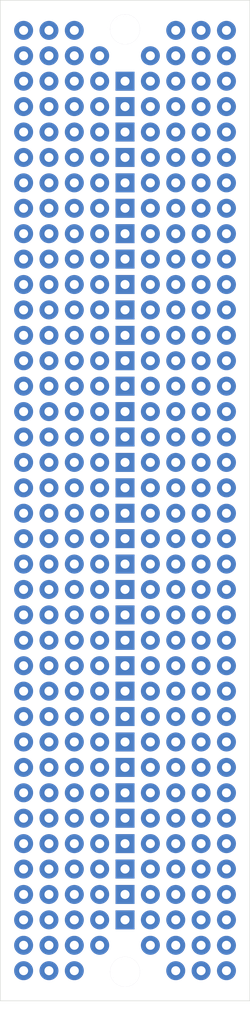
<source format=kicad_pcb>
(kicad_pcb (version 20241229) (generator "pcbnew") (generator_version "9.0")
  (title_block (title "AE-2U-Protoboard") (date "2026-01-15") (rev "0.1") (company "Copyright © 2026 clectric.diy Licensed under CERN-OHL-S v2") (comment 1 "Charles H. Leggett"))
  (layers (0 "F.Cu" signal) (2 "B.Cu" signal) (13 "F.Paste" user) (15 "B.Paste" user) (5 "F.SilkS" user "F.Silkscreen") (7 "B.SilkS" user "B.Silkscreen") (1 "F.Mask" user) (3 "B.Mask" user) (25 "Edge.Cuts" user))
  (net 0 "")
  (footprint "clectric-diy:Pad" (layer "F.Cu") (at 100.32 47.25)
    (property "Reference" "REF**" (hide yes))
    (property "Value" "Pad" (hide yes))
    (pad "" thru_hole circle (at 0 0) (size 1.9 1.9) (drill 0.9) (layers "*.Cu" "*.Mask"))
  )
  (footprint "clectric-diy:Pad" (layer "F.Cu") (at 90.16 59.95)
    (property "Reference" "REF**" (hide yes))
    (property "Value" "Pad" (hide yes))
    (pad "" thru_hole circle (at 0 0) (size 1.9 1.9) (drill 0.9) (layers "*.Cu" "*.Mask"))
  )
  (footprint "clectric-diy:Pad" (layer "F.Cu") (at 90.16 87.89)
    (property "Reference" "REF**" (hide yes))
    (property "Value" "Pad" (hide yes))
    (pad "" thru_hole circle (at 0 0) (size 1.9 1.9) (drill 0.9) (layers "*.Cu" "*.Mask"))
  )
  (footprint "clectric-diy:Pad" (layer "F.Cu") (at 90.16 54.87)
    (property "Reference" "REF**" (hide yes))
    (property "Value" "Pad" (hide yes))
    (pad "" thru_hole circle (at 0 0) (size 1.9 1.9) (drill 0.9) (layers "*.Cu" "*.Mask"))
  )
  (footprint "clectric-diy:Pad" (layer "F.Cu") (at 92.7 67.57)
    (property "Reference" "REF**" (hide yes))
    (property "Value" "Pad" (hide yes))
    (pad "" thru_hole circle (at 0 0) (size 1.9 1.9) (drill 0.9) (layers "*.Cu" "*.Mask"))
  )
  (footprint "clectric-diy:Pad" (layer "F.Cu") (at 90.16 98.05)
    (property "Reference" "REF**" (hide yes))
    (property "Value" "Pad" (hide yes))
    (pad "" thru_hole circle (at 0 0) (size 1.9 1.9) (drill 0.9) (layers "*.Cu" "*.Mask"))
  )
  (footprint "clectric-diy:Pad" (layer "F.Cu") (at 97.78 77.73)
    (property "Reference" "REF**" (hide yes))
    (property "Value" "Pad" (hide yes))
    (pad "" thru_hole circle (at 0 0) (size 1.9 1.9) (drill 0.9) (layers "*.Cu" "*.Mask"))
  )
  (footprint "clectric-diy:Pad" (layer "F.Cu") (at 105.4 80.27)
    (property "Reference" "REF**" (hide yes))
    (property "Value" "Pad" (hide yes))
    (pad "" thru_hole circle (at 0 0) (size 1.9 1.9) (drill 0.9) (layers "*.Cu" "*.Mask"))
  )
  (footprint "clectric-diy:Pad" (layer "F.Cu") (at 85.08 70.11)
    (property "Reference" "REF**" (hide yes))
    (property "Value" "Pad" (hide yes))
    (pad "" thru_hole circle (at 0 0) (size 1.9 1.9) (drill 0.9) (layers "*.Cu" "*.Mask"))
  )
  (footprint "clectric-diy:Pad" (layer "F.Cu") (at 102.86 42.17)
    (property "Reference" "REF**" (hide yes))
    (property "Value" "Pad" (hide yes))
    (pad "" thru_hole circle (at 0 0) (size 1.9 1.9) (drill 0.9) (layers "*.Cu" "*.Mask"))
  )
  (footprint "clectric-diy:Pad" (layer "F.Cu") (at 100.32 103.13)
    (property "Reference" "REF**" (hide yes))
    (property "Value" "Pad" (hide yes))
    (pad "" thru_hole circle (at 0 0) (size 1.9 1.9) (drill 0.9) (layers "*.Cu" "*.Mask"))
  )
  (footprint "clectric-diy:Pad" (layer "F.Cu") (at 85.08 47.25)
    (property "Reference" "REF**" (hide yes))
    (property "Value" "Pad" (hide yes))
    (pad "" thru_hole circle (at 0 0) (size 1.9 1.9) (drill 0.9) (layers "*.Cu" "*.Mask"))
  )
  (footprint "clectric-diy:Pad" (layer "F.Cu") (at 85.08 98.05)
    (property "Reference" "REF**" (hide yes))
    (property "Value" "Pad" (hide yes))
    (pad "" thru_hole circle (at 0 0) (size 1.9 1.9) (drill 0.9) (layers "*.Cu" "*.Mask"))
  )
  (footprint "clectric-diy:Pad" (layer "F.Cu") (at 87.62 85.35)
    (property "Reference" "REF**" (hide yes))
    (property "Value" "Pad" (hide yes))
    (pad "" thru_hole circle (at 0 0) (size 1.9 1.9) (drill 0.9) (layers "*.Cu" "*.Mask"))
  )
  (footprint "clectric-diy:Pad" (layer "F.Cu") (at 105.4 95.51)
    (property "Reference" "REF**" (hide yes))
    (property "Value" "Pad" (hide yes))
    (pad "" thru_hole circle (at 0 0) (size 1.9 1.9) (drill 0.9) (layers "*.Cu" "*.Mask"))
  )
  (footprint "clectric-diy:Pad" (layer "F.Cu") (at 85.08 128.53)
    (property "Reference" "REF**" (hide yes))
    (property "Value" "Pad" (hide yes))
    (pad "" thru_hole circle (at 0 0) (size 1.9 1.9) (drill 0.9) (layers "*.Cu" "*.Mask"))
  )
  (footprint "clectric-diy:Pad" (layer "F.Cu") (at 87.62 123.45)
    (property "Reference" "REF**" (hide yes))
    (property "Value" "Pad" (hide yes))
    (pad "" thru_hole circle (at 0 0) (size 1.9 1.9) (drill 0.9) (layers "*.Cu" "*.Mask"))
  )
  (footprint "clectric-diy:Pad" (layer "F.Cu") (at 87.62 125.99)
    (property "Reference" "REF**" (hide yes))
    (property "Value" "Pad" (hide yes))
    (pad "" thru_hole circle (at 0 0) (size 1.9 1.9) (drill 0.9) (layers "*.Cu" "*.Mask"))
  )
  (footprint "clectric-diy:Pad" (layer "F.Cu") (at 100.32 39.63)
    (property "Reference" "REF**" (hide yes))
    (property "Value" "Pad" (hide yes))
    (pad "" thru_hole circle (at 0 0) (size 1.9 1.9) (drill 0.9) (layers "*.Cu" "*.Mask"))
  )
  (footprint "clectric-diy:Pad" (layer "F.Cu") (at 100.32 80.27)
    (property "Reference" "REF**" (hide yes))
    (property "Value" "Pad" (hide yes))
    (pad "" thru_hole circle (at 0 0) (size 1.9 1.9) (drill 0.9) (layers "*.Cu" "*.Mask"))
  )
  (footprint "clectric-diy:Pad" (layer "F.Cu") (at 97.78 110.75)
    (property "Reference" "REF**" (hide yes))
    (property "Value" "Pad" (hide yes))
    (pad "" thru_hole circle (at 0 0) (size 1.9 1.9) (drill 0.9) (layers "*.Cu" "*.Mask"))
  )
  (footprint "clectric-diy:Pad" (layer "F.Cu") (at 85.08 118.37)
    (property "Reference" "REF**" (hide yes))
    (property "Value" "Pad" (hide yes))
    (pad "" thru_hole circle (at 0 0) (size 1.9 1.9) (drill 0.9) (layers "*.Cu" "*.Mask"))
  )
  (footprint "clectric-diy:Pad" (layer "F.Cu") (at 90.16 108.21)
    (property "Reference" "REF**" (hide yes))
    (property "Value" "Pad" (hide yes))
    (pad "" thru_hole circle (at 0 0) (size 1.9 1.9) (drill 0.9) (layers "*.Cu" "*.Mask"))
  )
  (footprint "clectric-diy:Pad" (layer "F.Cu") (at 87.62 113.29)
    (property "Reference" "REF**" (hide yes))
    (property "Value" "Pad" (hide yes))
    (pad "" thru_hole circle (at 0 0) (size 1.9 1.9) (drill 0.9) (layers "*.Cu" "*.Mask"))
  )
  (footprint "clectric-diy:Pad" (layer "F.Cu") (at 100.32 100.59)
    (property "Reference" "REF**" (hide yes))
    (property "Value" "Pad" (hide yes))
    (pad "" thru_hole circle (at 0 0) (size 1.9 1.9) (drill 0.9) (layers "*.Cu" "*.Mask"))
  )
  (footprint "clectric-diy:Pad" (layer "F.Cu") (at 92.7 65.03)
    (property "Reference" "REF**" (hide yes))
    (property "Value" "Pad" (hide yes))
    (pad "" thru_hole circle (at 0 0) (size 1.9 1.9) (drill 0.9) (layers "*.Cu" "*.Mask"))
  )
  (footprint "clectric-diy:Pad" (layer "F.Cu") (at 95.24 120.91)
    (property "Reference" "REF**" (hide yes))
    (property "Value" "Pad" (hide yes))
    (pad "" thru_hole rect (at 0 0) (size 1.9 1.9) (drill 0.9) (layers "*.Cu" "*.Mask"))
  )
  (footprint "clectric-diy:Pad" (layer "F.Cu") (at 92.7 87.89)
    (property "Reference" "REF**" (hide yes))
    (property "Value" "Pad" (hide yes))
    (pad "" thru_hole circle (at 0 0) (size 1.9 1.9) (drill 0.9) (layers "*.Cu" "*.Mask"))
  )
  (footprint "clectric-diy:Pad" (layer "F.Cu") (at 90.16 125.99)
    (property "Reference" "REF**" (hide yes))
    (property "Value" "Pad" (hide yes))
    (pad "" thru_hole circle (at 0 0) (size 1.9 1.9) (drill 0.9) (layers "*.Cu" "*.Mask"))
  )
  (footprint "clectric-diy:Pad" (layer "F.Cu") (at 102.86 105.67)
    (property "Reference" "REF**" (hide yes))
    (property "Value" "Pad" (hide yes))
    (pad "" thru_hole circle (at 0 0) (size 1.9 1.9) (drill 0.9) (layers "*.Cu" "*.Mask"))
  )
  (footprint "clectric-diy:Pad" (layer "F.Cu") (at 85.08 120.91)
    (property "Reference" "REF**" (hide yes))
    (property "Value" "Pad" (hide yes))
    (pad "" thru_hole circle (at 0 0) (size 1.9 1.9) (drill 0.9) (layers "*.Cu" "*.Mask"))
  )
  (footprint "clectric-diy:Pad" (layer "F.Cu") (at 97.78 49.79)
    (property "Reference" "REF**" (hide yes))
    (property "Value" "Pad" (hide yes))
    (pad "" thru_hole circle (at 0 0) (size 1.9 1.9) (drill 0.9) (layers "*.Cu" "*.Mask"))
  )
  (footprint "clectric-diy:Pad" (layer "F.Cu") (at 105.4 37.09)
    (property "Reference" "REF**" (hide yes))
    (property "Value" "Pad" (hide yes))
    (pad "" thru_hole circle (at 0 0) (size 1.9 1.9) (drill 0.9) (layers "*.Cu" "*.Mask"))
  )
  (footprint "clectric-diy:Pad" (layer "F.Cu") (at 100.32 105.67)
    (property "Reference" "REF**" (hide yes))
    (property "Value" "Pad" (hide yes))
    (pad "" thru_hole circle (at 0 0) (size 1.9 1.9) (drill 0.9) (layers "*.Cu" "*.Mask"))
  )
  (footprint "clectric-diy:Pad" (layer "F.Cu") (at 100.32 77.73)
    (property "Reference" "REF**" (hide yes))
    (property "Value" "Pad" (hide yes))
    (pad "" thru_hole circle (at 0 0) (size 1.9 1.9) (drill 0.9) (layers "*.Cu" "*.Mask"))
  )
  (footprint "clectric-diy:Pad" (layer "F.Cu") (at 87.62 57.41)
    (property "Reference" "REF**" (hide yes))
    (property "Value" "Pad" (hide yes))
    (pad "" thru_hole circle (at 0 0) (size 1.9 1.9) (drill 0.9) (layers "*.Cu" "*.Mask"))
  )
  (footprint "clectric-diy:Pad" (layer "F.Cu") (at 87.62 65.03)
    (property "Reference" "REF**" (hide yes))
    (property "Value" "Pad" (hide yes))
    (pad "" thru_hole circle (at 0 0) (size 1.9 1.9) (drill 0.9) (layers "*.Cu" "*.Mask"))
  )
  (footprint "clectric-diy:Pad" (layer "F.Cu") (at 100.32 95.51)
    (property "Reference" "REF**" (hide yes))
    (property "Value" "Pad" (hide yes))
    (pad "" thru_hole circle (at 0 0) (size 1.9 1.9) (drill 0.9) (layers "*.Cu" "*.Mask"))
  )
  (footprint "clectric-diy:Pad" (layer "F.Cu") (at 97.78 120.91)
    (property "Reference" "REF**" (hide yes))
    (property "Value" "Pad" (hide yes))
    (pad "" thru_hole circle (at 0 0) (size 1.9 1.9) (drill 0.9) (layers "*.Cu" "*.Mask"))
  )
  (footprint "clectric-diy:Pad" (layer "F.Cu") (at 90.16 128.53)
    (property "Reference" "REF**" (hide yes))
    (property "Value" "Pad" (hide yes))
    (pad "" thru_hole circle (at 0 0) (size 1.9 1.9) (drill 0.9) (layers "*.Cu" "*.Mask"))
  )
  (footprint "clectric-diy:Pad" (layer "F.Cu") (at 95.24 72.65)
    (property "Reference" "REF**" (hide yes))
    (property "Value" "Pad" (hide yes))
    (pad "" thru_hole rect (at 0 0) (size 1.9 1.9) (drill 0.9) (layers "*.Cu" "*.Mask"))
  )
  (footprint "clectric-diy:Pad" (layer "F.Cu") (at 87.62 92.97)
    (property "Reference" "REF**" (hide yes))
    (property "Value" "Pad" (hide yes))
    (pad "" thru_hole circle (at 0 0) (size 1.9 1.9) (drill 0.9) (layers "*.Cu" "*.Mask"))
  )
  (footprint "clectric-diy:Pad" (layer "F.Cu") (at 87.62 90.43)
    (property "Reference" "REF**" (hide yes))
    (property "Value" "Pad" (hide yes))
    (pad "" thru_hole circle (at 0 0) (size 1.9 1.9) (drill 0.9) (layers "*.Cu" "*.Mask"))
  )
  (footprint "clectric-diy:Pad" (layer "F.Cu") (at 90.16 77.73)
    (property "Reference" "REF**" (hide yes))
    (property "Value" "Pad" (hide yes))
    (pad "" thru_hole circle (at 0 0) (size 1.9 1.9) (drill 0.9) (layers "*.Cu" "*.Mask"))
  )
  (footprint "clectric-diy:Pad" (layer "F.Cu") (at 97.78 62.49)
    (property "Reference" "REF**" (hide yes))
    (property "Value" "Pad" (hide yes))
    (pad "" thru_hole circle (at 0 0) (size 1.9 1.9) (drill 0.9) (layers "*.Cu" "*.Mask"))
  )
  (footprint "clectric-diy:Pad" (layer "F.Cu") (at 95.24 57.41)
    (property "Reference" "REF**" (hide yes))
    (property "Value" "Pad" (hide yes))
    (pad "" thru_hole rect (at 0 0) (size 1.9 1.9) (drill 0.9) (layers "*.Cu" "*.Mask"))
  )
  (footprint "clectric-diy:Pad" (layer "F.Cu") (at 102.86 110.75)
    (property "Reference" "REF**" (hide yes))
    (property "Value" "Pad" (hide yes))
    (pad "" thru_hole circle (at 0 0) (size 1.9 1.9) (drill 0.9) (layers "*.Cu" "*.Mask"))
  )
  (footprint "clectric-diy:Pad" (layer "F.Cu") (at 92.7 115.83)
    (property "Reference" "REF**" (hide yes))
    (property "Value" "Pad" (hide yes))
    (pad "" thru_hole circle (at 0 0) (size 1.9 1.9) (drill 0.9) (layers "*.Cu" "*.Mask"))
  )
  (footprint "clectric-diy:Pad" (layer "F.Cu") (at 85.08 54.87)
    (property "Reference" "REF**" (hide yes))
    (property "Value" "Pad" (hide yes))
    (pad "" thru_hole circle (at 0 0) (size 1.9 1.9) (drill 0.9) (layers "*.Cu" "*.Mask"))
  )
  (footprint "clectric-diy:Pad" (layer "F.Cu") (at 95.24 100.59)
    (property "Reference" "REF**" (hide yes))
    (property "Value" "Pad" (hide yes))
    (pad "" thru_hole rect (at 0 0) (size 1.9 1.9) (drill 0.9) (layers "*.Cu" "*.Mask"))
  )
  (footprint "clectric-diy:Pad" (layer "F.Cu") (at 92.7 90.43)
    (property "Reference" "REF**" (hide yes))
    (property "Value" "Pad" (hide yes))
    (pad "" thru_hole circle (at 0 0) (size 1.9 1.9) (drill 0.9) (layers "*.Cu" "*.Mask"))
  )
  (footprint "clectric-diy:Pad" (layer "F.Cu") (at 95.24 87.89)
    (property "Reference" "REF**" (hide yes))
    (property "Value" "Pad" (hide yes))
    (pad "" thru_hole rect (at 0 0) (size 1.9 1.9) (drill 0.9) (layers "*.Cu" "*.Mask"))
  )
  (footprint "clectric-diy:Pad" (layer "F.Cu") (at 92.7 98.05)
    (property "Reference" "REF**" (hide yes))
    (property "Value" "Pad" (hide yes))
    (pad "" thru_hole circle (at 0 0) (size 1.9 1.9) (drill 0.9) (layers "*.Cu" "*.Mask"))
  )
  (footprint "clectric-diy:Pad" (layer "F.Cu") (at 100.32 75.19)
    (property "Reference" "REF**" (hide yes))
    (property "Value" "Pad" (hide yes))
    (pad "" thru_hole circle (at 0 0) (size 1.9 1.9) (drill 0.9) (layers "*.Cu" "*.Mask"))
  )
  (footprint "clectric-diy:Pad" (layer "F.Cu") (at 92.7 108.21)
    (property "Reference" "REF**" (hide yes))
    (property "Value" "Pad" (hide yes))
    (pad "" thru_hole circle (at 0 0) (size 1.9 1.9) (drill 0.9) (layers "*.Cu" "*.Mask"))
  )
  (footprint "clectric-diy:Pad" (layer "F.Cu") (at 97.78 128.53)
    (property "Reference" "REF**" (hide yes))
    (property "Value" "Pad" (hide yes))
    (pad "" thru_hole circle (at 0 0) (size 1.9 1.9) (drill 0.9) (layers "*.Cu" "*.Mask"))
  )
  (footprint "clectric-diy:Pad" (layer "F.Cu") (at 90.16 123.45)
    (property "Reference" "REF**" (hide yes))
    (property "Value" "Pad" (hide yes))
    (pad "" thru_hole circle (at 0 0) (size 1.9 1.9) (drill 0.9) (layers "*.Cu" "*.Mask"))
  )
  (footprint "clectric-diy:Pad" (layer "F.Cu") (at 95.24 115.83)
    (property "Reference" "REF**" (hide yes))
    (property "Value" "Pad" (hide yes))
    (pad "" thru_hole rect (at 0 0) (size 1.9 1.9) (drill 0.9) (layers "*.Cu" "*.Mask"))
  )
  (footprint "clectric-diy:Pad" (layer "F.Cu") (at 85.08 72.65)
    (property "Reference" "REF**" (hide yes))
    (property "Value" "Pad" (hide yes))
    (pad "" thru_hole circle (at 0 0) (size 1.9 1.9) (drill 0.9) (layers "*.Cu" "*.Mask"))
  )
  (footprint "clectric-diy:Pad" (layer "F.Cu") (at 97.78 125.99)
    (property "Reference" "REF**" (hide yes))
    (property "Value" "Pad" (hide yes))
    (pad "" thru_hole circle (at 0 0) (size 1.9 1.9) (drill 0.9) (layers "*.Cu" "*.Mask"))
  )
  (footprint "clectric-diy:Pad" (layer "F.Cu") (at 85.08 103.13)
    (property "Reference" "REF**" (hide yes))
    (property "Value" "Pad" (hide yes))
    (pad "" thru_hole circle (at 0 0) (size 1.9 1.9) (drill 0.9) (layers "*.Cu" "*.Mask"))
  )
  (footprint "clectric-diy:Pad" (layer "F.Cu") (at 92.7 54.87)
    (property "Reference" "REF**" (hide yes))
    (property "Value" "Pad" (hide yes))
    (pad "" thru_hole circle (at 0 0) (size 1.9 1.9) (drill 0.9) (layers "*.Cu" "*.Mask"))
  )
  (footprint "clectric-diy:Pad" (layer "F.Cu") (at 97.78 44.71)
    (property "Reference" "REF**" (hide yes))
    (property "Value" "Pad" (hide yes))
    (pad "" thru_hole circle (at 0 0) (size 1.9 1.9) (drill 0.9) (layers "*.Cu" "*.Mask"))
  )
  (footprint "clectric-diy:Pad" (layer "F.Cu") (at 100.32 120.91)
    (property "Reference" "REF**" (hide yes))
    (property "Value" "Pad" (hide yes))
    (pad "" thru_hole circle (at 0 0) (size 1.9 1.9) (drill 0.9) (layers "*.Cu" "*.Mask"))
  )
  (footprint "clectric-diy:Pad" (layer "F.Cu") (at 90.16 82.81)
    (property "Reference" "REF**" (hide yes))
    (property "Value" "Pad" (hide yes))
    (pad "" thru_hole circle (at 0 0) (size 1.9 1.9) (drill 0.9) (layers "*.Cu" "*.Mask"))
  )
  (footprint "clectric-diy:Pad" (layer "F.Cu") (at 90.16 44.71)
    (property "Reference" "REF**" (hide yes))
    (property "Value" "Pad" (hide yes))
    (pad "" thru_hole circle (at 0 0) (size 1.9 1.9) (drill 0.9) (layers "*.Cu" "*.Mask"))
  )
  (footprint "clectric-diy:Pad" (layer "F.Cu") (at 102.86 108.21)
    (property "Reference" "REF**" (hide yes))
    (property "Value" "Pad" (hide yes))
    (pad "" thru_hole circle (at 0 0) (size 1.9 1.9) (drill 0.9) (layers "*.Cu" "*.Mask"))
  )
  (footprint "clectric-diy:Pad" (layer "F.Cu") (at 85.08 113.29)
    (property "Reference" "REF**" (hide yes))
    (property "Value" "Pad" (hide yes))
    (pad "" thru_hole circle (at 0 0) (size 1.9 1.9) (drill 0.9) (layers "*.Cu" "*.Mask"))
  )
  (footprint "clectric-diy:Pad" (layer "F.Cu") (at 85.08 62.49)
    (property "Reference" "REF**" (hide yes))
    (property "Value" "Pad" (hide yes))
    (pad "" thru_hole circle (at 0 0) (size 1.9 1.9) (drill 0.9) (layers "*.Cu" "*.Mask"))
  )
  (footprint "clectric-diy:Pad" (layer "F.Cu") (at 97.78 59.95)
    (property "Reference" "REF**" (hide yes))
    (property "Value" "Pad" (hide yes))
    (pad "" thru_hole circle (at 0 0) (size 1.9 1.9) (drill 0.9) (layers "*.Cu" "*.Mask"))
  )
  (footprint "clectric-diy:Pad" (layer "F.Cu") (at 90.16 37.09)
    (property "Reference" "REF**" (hide yes))
    (property "Value" "Pad" (hide yes))
    (pad "" thru_hole circle (at 0 0) (size 1.9 1.9) (drill 0.9) (layers "*.Cu" "*.Mask"))
  )
  (footprint "clectric-diy:Pad" (layer "F.Cu") (at 85.08 125.99)
    (property "Reference" "REF**" (hide yes))
    (property "Value" "Pad" (hide yes))
    (pad "" thru_hole circle (at 0 0) (size 1.9 1.9) (drill 0.9) (layers "*.Cu" "*.Mask"))
  )
  (footprint "clectric-diy:Pad" (layer "F.Cu") (at 100.32 118.37)
    (property "Reference" "REF**" (hide yes))
    (property "Value" "Pad" (hide yes))
    (pad "" thru_hole circle (at 0 0) (size 1.9 1.9) (drill 0.9) (layers "*.Cu" "*.Mask"))
  )
  (footprint "clectric-diy:Pad" (layer "F.Cu") (at 105.4 39.63)
    (property "Reference" "REF**" (hide yes))
    (property "Value" "Pad" (hide yes))
    (pad "" thru_hole circle (at 0 0) (size 1.9 1.9) (drill 0.9) (layers "*.Cu" "*.Mask"))
  )
  (footprint "clectric-diy:Pad" (layer "F.Cu") (at 95.24 82.81)
    (property "Reference" "REF**" (hide yes))
    (property "Value" "Pad" (hide yes))
    (pad "" thru_hole rect (at 0 0) (size 1.9 1.9) (drill 0.9) (layers "*.Cu" "*.Mask"))
  )
  (footprint "clectric-diy:Pad" (layer "F.Cu") (at 87.62 54.87)
    (property "Reference" "REF**" (hide yes))
    (property "Value" "Pad" (hide yes))
    (pad "" thru_hole circle (at 0 0) (size 1.9 1.9) (drill 0.9) (layers "*.Cu" "*.Mask"))
  )
  (footprint "clectric-diy:Pad" (layer "F.Cu") (at 85.08 100.59)
    (property "Reference" "REF**" (hide yes))
    (property "Value" "Pad" (hide yes))
    (pad "" thru_hole circle (at 0 0) (size 1.9 1.9) (drill 0.9) (layers "*.Cu" "*.Mask"))
  )
  (footprint "clectric-diy:Pad" (layer "F.Cu") (at 105.4 65.03)
    (property "Reference" "REF**" (hide yes))
    (property "Value" "Pad" (hide yes))
    (pad "" thru_hole circle (at 0 0) (size 1.9 1.9) (drill 0.9) (layers "*.Cu" "*.Mask"))
  )
  (footprint "clectric-diy:Pad" (layer "F.Cu") (at 87.62 82.81)
    (property "Reference" "REF**" (hide yes))
    (property "Value" "Pad" (hide yes))
    (pad "" thru_hole circle (at 0 0) (size 1.9 1.9) (drill 0.9) (layers "*.Cu" "*.Mask"))
  )
  (footprint "clectric-diy:Pad" (layer "F.Cu") (at 85.08 131.07)
    (property "Reference" "REF**" (hide yes))
    (property "Value" "Pad" (hide yes))
    (pad "" thru_hole circle (at 0 0) (size 1.9 1.9) (drill 0.9) (layers "*.Cu" "*.Mask"))
  )
  (footprint "clectric-diy:Pad" (layer "F.Cu") (at 87.62 77.73)
    (property "Reference" "REF**" (hide yes))
    (property "Value" "Pad" (hide yes))
    (pad "" thru_hole circle (at 0 0) (size 1.9 1.9) (drill 0.9) (layers "*.Cu" "*.Mask"))
  )
  (footprint "clectric-diy:Pad" (layer "F.Cu") (at 92.7 80.27)
    (property "Reference" "REF**" (hide yes))
    (property "Value" "Pad" (hide yes))
    (pad "" thru_hole circle (at 0 0) (size 1.9 1.9) (drill 0.9) (layers "*.Cu" "*.Mask"))
  )
  (footprint "clectric-diy:Pad" (layer "F.Cu") (at 85.08 75.19)
    (property "Reference" "REF**" (hide yes))
    (property "Value" "Pad" (hide yes))
    (pad "" thru_hole circle (at 0 0) (size 1.9 1.9) (drill 0.9) (layers "*.Cu" "*.Mask"))
  )
  (footprint "clectric-diy:Pad" (layer "F.Cu") (at 85.08 65.03)
    (property "Reference" "REF**" (hide yes))
    (property "Value" "Pad" (hide yes))
    (pad "" thru_hole circle (at 0 0) (size 1.9 1.9) (drill 0.9) (layers "*.Cu" "*.Mask"))
  )
  (footprint "clectric-diy:Pad" (layer "F.Cu") (at 87.62 95.51)
    (property "Reference" "REF**" (hide yes))
    (property "Value" "Pad" (hide yes))
    (pad "" thru_hole circle (at 0 0) (size 1.9 1.9) (drill 0.9) (layers "*.Cu" "*.Mask"))
  )
  (footprint "clectric-diy:Pad" (layer "F.Cu") (at 97.78 87.89)
    (property "Reference" "REF**" (hide yes))
    (property "Value" "Pad" (hide yes))
    (pad "" thru_hole circle (at 0 0) (size 1.9 1.9) (drill 0.9) (layers "*.Cu" "*.Mask"))
  )
  (footprint "clectric-diy:Pad" (layer "F.Cu") (at 100.32 52.33)
    (property "Reference" "REF**" (hide yes))
    (property "Value" "Pad" (hide yes))
    (pad "" thru_hole circle (at 0 0) (size 1.9 1.9) (drill 0.9) (layers "*.Cu" "*.Mask"))
  )
  (footprint "clectric-diy:Pad" (layer "F.Cu") (at 97.78 54.87)
    (property "Reference" "REF**" (hide yes))
    (property "Value" "Pad" (hide yes))
    (pad "" thru_hole circle (at 0 0) (size 1.9 1.9) (drill 0.9) (layers "*.Cu" "*.Mask"))
  )
  (footprint "clectric-diy:Pad" (layer "F.Cu") (at 105.4 108.21)
    (property "Reference" "REF**" (hide yes))
    (property "Value" "Pad" (hide yes))
    (pad "" thru_hole circle (at 0 0) (size 1.9 1.9) (drill 0.9) (layers "*.Cu" "*.Mask"))
  )
  (footprint "clectric-diy:Pad" (layer "F.Cu") (at 97.78 70.11)
    (property "Reference" "REF**" (hide yes))
    (property "Value" "Pad" (hide yes))
    (pad "" thru_hole circle (at 0 0) (size 1.9 1.9) (drill 0.9) (layers "*.Cu" "*.Mask"))
  )
  (footprint "clectric-diy:Pad" (layer "F.Cu") (at 102.86 85.35)
    (property "Reference" "REF**" (hide yes))
    (property "Value" "Pad" (hide yes))
    (pad "" thru_hole circle (at 0 0) (size 1.9 1.9) (drill 0.9) (layers "*.Cu" "*.Mask"))
  )
  (footprint "clectric-diy:Pad" (layer "F.Cu") (at 102.86 37.09)
    (property "Reference" "REF**" (hide yes))
    (property "Value" "Pad" (hide yes))
    (pad "" thru_hole circle (at 0 0) (size 1.9 1.9) (drill 0.9) (layers "*.Cu" "*.Mask"))
  )
  (footprint "clectric-diy:Pad" (layer "F.Cu") (at 85.08 92.97)
    (property "Reference" "REF**" (hide yes))
    (property "Value" "Pad" (hide yes))
    (pad "" thru_hole circle (at 0 0) (size 1.9 1.9) (drill 0.9) (layers "*.Cu" "*.Mask"))
  )
  (footprint "clectric-diy:Pad" (layer "F.Cu") (at 90.16 95.51)
    (property "Reference" "REF**" (hide yes))
    (property "Value" "Pad" (hide yes))
    (pad "" thru_hole circle (at 0 0) (size 1.9 1.9) (drill 0.9) (layers "*.Cu" "*.Mask"))
  )
  (footprint "clectric-diy:Pad" (layer "F.Cu") (at 90.16 75.19)
    (property "Reference" "REF**" (hide yes))
    (property "Value" "Pad" (hide yes))
    (pad "" thru_hole circle (at 0 0) (size 1.9 1.9) (drill 0.9) (layers "*.Cu" "*.Mask"))
  )
  (footprint "clectric-diy:Pad" (layer "F.Cu") (at 105.4 82.81)
    (property "Reference" "REF**" (hide yes))
    (property "Value" "Pad" (hide yes))
    (pad "" thru_hole circle (at 0 0) (size 1.9 1.9) (drill 0.9) (layers "*.Cu" "*.Mask"))
  )
  (footprint "clectric-diy:Pad" (layer "F.Cu") (at 100.32 70.11)
    (property "Reference" "REF**" (hide yes))
    (property "Value" "Pad" (hide yes))
    (pad "" thru_hole circle (at 0 0) (size 1.9 1.9) (drill 0.9) (layers "*.Cu" "*.Mask"))
  )
  (footprint "clectric-diy:Pad" (layer "F.Cu") (at 92.7 62.49)
    (property "Reference" "REF**" (hide yes))
    (property "Value" "Pad" (hide yes))
    (pad "" thru_hole circle (at 0 0) (size 1.9 1.9) (drill 0.9) (layers "*.Cu" "*.Mask"))
  )
  (footprint "clectric-diy:Pad" (layer "F.Cu") (at 102.86 54.87)
    (property "Reference" "REF**" (hide yes))
    (property "Value" "Pad" (hide yes))
    (pad "" thru_hole circle (at 0 0) (size 1.9 1.9) (drill 0.9) (layers "*.Cu" "*.Mask"))
  )
  (footprint "clectric-diy:Pad" (layer "F.Cu") (at 95.24 95.51)
    (property "Reference" "REF**" (hide yes))
    (property "Value" "Pad" (hide yes))
    (pad "" thru_hole rect (at 0 0) (size 1.9 1.9) (drill 0.9) (layers "*.Cu" "*.Mask"))
  )
  (footprint "clectric-diy:Pad" (layer "F.Cu") (at 85.08 42.17)
    (property "Reference" "REF**" (hide yes))
    (property "Value" "Pad" (hide yes))
    (pad "" thru_hole circle (at 0 0) (size 1.9 1.9) (drill 0.9) (layers "*.Cu" "*.Mask"))
  )
  (footprint "clectric-diy:Pad" (layer "F.Cu") (at 105.4 54.87)
    (property "Reference" "REF**" (hide yes))
    (property "Value" "Pad" (hide yes))
    (pad "" thru_hole circle (at 0 0) (size 1.9 1.9) (drill 0.9) (layers "*.Cu" "*.Mask"))
  )
  (footprint "clectric-diy:Pad" (layer "F.Cu") (at 95.24 85.35)
    (property "Reference" "REF**" (hide yes))
    (property "Value" "Pad" (hide yes))
    (pad "" thru_hole rect (at 0 0) (size 1.9 1.9) (drill 0.9) (layers "*.Cu" "*.Mask"))
  )
  (footprint "clectric-diy:Pad" (layer "F.Cu") (at 102.86 44.71)
    (property "Reference" "REF**" (hide yes))
    (property "Value" "Pad" (hide yes))
    (pad "" thru_hole circle (at 0 0) (size 1.9 1.9) (drill 0.9) (layers "*.Cu" "*.Mask"))
  )
  (footprint "clectric-diy:Pad" (layer "F.Cu") (at 100.32 108.21)
    (property "Reference" "REF**" (hide yes))
    (property "Value" "Pad" (hide yes))
    (pad "" thru_hole circle (at 0 0) (size 1.9 1.9) (drill 0.9) (layers "*.Cu" "*.Mask"))
  )
  (footprint "clectric-diy:Pad" (layer "F.Cu") (at 87.62 100.59)
    (property "Reference" "REF**" (hide yes))
    (property "Value" "Pad" (hide yes))
    (pad "" thru_hole circle (at 0 0) (size 1.9 1.9) (drill 0.9) (layers "*.Cu" "*.Mask"))
  )
  (footprint "clectric-diy:Pad" (layer "F.Cu") (at 95.24 67.57)
    (property "Reference" "REF**" (hide yes))
    (property "Value" "Pad" (hide yes))
    (pad "" thru_hole rect (at 0 0) (size 1.9 1.9) (drill 0.9) (layers "*.Cu" "*.Mask"))
  )
  (footprint "clectric-diy:Pad" (layer "F.Cu") (at 102.86 80.27)
    (property "Reference" "REF**" (hide yes))
    (property "Value" "Pad" (hide yes))
    (pad "" thru_hole circle (at 0 0) (size 1.9 1.9) (drill 0.9) (layers "*.Cu" "*.Mask"))
  )
  (footprint "clectric-diy:Pad" (layer "F.Cu") (at 102.86 57.41)
    (property "Reference" "REF**" (hide yes))
    (property "Value" "Pad" (hide yes))
    (pad "" thru_hole circle (at 0 0) (size 1.9 1.9) (drill 0.9) (layers "*.Cu" "*.Mask"))
  )
  (footprint "clectric-diy:Pad" (layer "F.Cu") (at 87.62 115.83)
    (property "Reference" "REF**" (hide yes))
    (property "Value" "Pad" (hide yes))
    (pad "" thru_hole circle (at 0 0) (size 1.9 1.9) (drill 0.9) (layers "*.Cu" "*.Mask"))
  )
  (footprint "clectric-diy:Pad" (layer "F.Cu") (at 105.4 110.75)
    (property "Reference" "REF**" (hide yes))
    (property "Value" "Pad" (hide yes))
    (pad "" thru_hole circle (at 0 0) (size 1.9 1.9) (drill 0.9) (layers "*.Cu" "*.Mask"))
  )
  (footprint "clectric-diy:Pad" (layer "F.Cu") (at 92.7 75.19)
    (property "Reference" "REF**" (hide yes))
    (property "Value" "Pad" (hide yes))
    (pad "" thru_hole circle (at 0 0) (size 1.9 1.9) (drill 0.9) (layers "*.Cu" "*.Mask"))
  )
  (footprint "clectric-diy:Pad" (layer "F.Cu") (at 87.62 49.79)
    (property "Reference" "REF**" (hide yes))
    (property "Value" "Pad" (hide yes))
    (pad "" thru_hole circle (at 0 0) (size 1.9 1.9) (drill 0.9) (layers "*.Cu" "*.Mask"))
  )
  (footprint "clectric-diy:Pad" (layer "F.Cu") (at 90.16 57.41)
    (property "Reference" "REF**" (hide yes))
    (property "Value" "Pad" (hide yes))
    (pad "" thru_hole circle (at 0 0) (size 1.9 1.9) (drill 0.9) (layers "*.Cu" "*.Mask"))
  )
  (footprint "clectric-diy:Pad" (layer "F.Cu") (at 95.24 103.13)
    (property "Reference" "REF**" (hide yes))
    (property "Value" "Pad" (hide yes))
    (pad "" thru_hole rect (at 0 0) (size 1.9 1.9) (drill 0.9) (layers "*.Cu" "*.Mask"))
  )
  (footprint "clectric-diy:Pad" (layer "F.Cu") (at 87.62 44.71)
    (property "Reference" "REF**" (hide yes))
    (property "Value" "Pad" (hide yes))
    (pad "" thru_hole circle (at 0 0) (size 1.9 1.9) (drill 0.9) (layers "*.Cu" "*.Mask"))
  )
  (footprint "clectric-diy:Pad" (layer "F.Cu") (at 85.08 82.81)
    (property "Reference" "REF**" (hide yes))
    (property "Value" "Pad" (hide yes))
    (pad "" thru_hole circle (at 0 0) (size 1.9 1.9) (drill 0.9) (layers "*.Cu" "*.Mask"))
  )
  (footprint "clectric-diy:Pad" (layer "F.Cu") (at 97.78 42.17)
    (property "Reference" "REF**" (hide yes))
    (property "Value" "Pad" (hide yes))
    (pad "" thru_hole circle (at 0 0) (size 1.9 1.9) (drill 0.9) (layers "*.Cu" "*.Mask"))
  )
  (footprint "clectric-diy:Pad" (layer "F.Cu") (at 95.24 123.45)
    (property "Reference" "REF**" (hide yes))
    (property "Value" "Pad" (hide yes))
    (pad "" thru_hole rect (at 0 0) (size 1.9 1.9) (drill 0.9) (layers "*.Cu" "*.Mask"))
  )
  (footprint "clectric-diy:Pad" (layer "F.Cu") (at 100.32 92.97)
    (property "Reference" "REF**" (hide yes))
    (property "Value" "Pad" (hide yes))
    (pad "" thru_hole circle (at 0 0) (size 1.9 1.9) (drill 0.9) (layers "*.Cu" "*.Mask"))
  )
  (footprint "clectric-diy:Pad" (layer "F.Cu") (at 92.7 110.75)
    (property "Reference" "REF**" (hide yes))
    (property "Value" "Pad" (hide yes))
    (pad "" thru_hole circle (at 0 0) (size 1.9 1.9) (drill 0.9) (layers "*.Cu" "*.Mask"))
  )
  (footprint "clectric-diy:Pad" (layer "F.Cu") (at 97.78 85.35)
    (property "Reference" "REF**" (hide yes))
    (property "Value" "Pad" (hide yes))
    (pad "" thru_hole circle (at 0 0) (size 1.9 1.9) (drill 0.9) (layers "*.Cu" "*.Mask"))
  )
  (footprint "clectric-diy:Pad" (layer "F.Cu") (at 102.86 113.29)
    (property "Reference" "REF**" (hide yes))
    (property "Value" "Pad" (hide yes))
    (pad "" thru_hole circle (at 0 0) (size 1.9 1.9) (drill 0.9) (layers "*.Cu" "*.Mask"))
  )
  (footprint "clectric-diy:Pad" (layer "F.Cu") (at 85.08 37.09)
    (property "Reference" "REF**" (hide yes))
    (property "Value" "Pad" (hide yes))
    (pad "" thru_hole circle (at 0 0) (size 1.9 1.9) (drill 0.9) (layers "*.Cu" "*.Mask"))
  )
  (footprint "clectric-diy:Pad" (layer "F.Cu") (at 105.4 123.45)
    (property "Reference" "REF**" (hide yes))
    (property "Value" "Pad" (hide yes))
    (pad "" thru_hole circle (at 0 0) (size 1.9 1.9) (drill 0.9) (layers "*.Cu" "*.Mask"))
  )
  (footprint "clectric-diy:Pad" (layer "F.Cu") (at 95.24 113.29)
    (property "Reference" "REF**" (hide yes))
    (property "Value" "Pad" (hide yes))
    (pad "" thru_hole rect (at 0 0) (size 1.9 1.9) (drill 0.9) (layers "*.Cu" "*.Mask"))
  )
  (footprint "clectric-diy:Pad" (layer "F.Cu") (at 85.08 80.27)
    (property "Reference" "REF**" (hide yes))
    (property "Value" "Pad" (hide yes))
    (pad "" thru_hole circle (at 0 0) (size 1.9 1.9) (drill 0.9) (layers "*.Cu" "*.Mask"))
  )
  (footprint "clectric-diy:Pad" (layer "F.Cu") (at 97.78 115.83)
    (property "Reference" "REF**" (hide yes))
    (property "Value" "Pad" (hide yes))
    (pad "" thru_hole circle (at 0 0) (size 1.9 1.9) (drill 0.9) (layers "*.Cu" "*.Mask"))
  )
  (footprint "clectric-diy:Pad" (layer "F.Cu") (at 95.24 47.25)
    (property "Reference" "REF**" (hide yes))
    (property "Value" "Pad" (hide yes))
    (pad "" thru_hole rect (at 0 0) (size 1.9 1.9) (drill 0.9) (layers "*.Cu" "*.Mask"))
  )
  (footprint "clectric-diy:Pad" (layer "F.Cu") (at 92.7 105.67)
    (property "Reference" "REF**" (hide yes))
    (property "Value" "Pad" (hide yes))
    (pad "" thru_hole circle (at 0 0) (size 1.9 1.9) (drill 0.9) (layers "*.Cu" "*.Mask"))
  )
  (footprint "clectric-diy:Pad" (layer "F.Cu") (at 85.08 49.79)
    (property "Reference" "REF**" (hide yes))
    (property "Value" "Pad" (hide yes))
    (pad "" thru_hole circle (at 0 0) (size 1.9 1.9) (drill 0.9) (layers "*.Cu" "*.Mask"))
  )
  (footprint "clectric-diy:Pad" (layer "F.Cu") (at 102.86 75.19)
    (property "Reference" "REF**" (hide yes))
    (property "Value" "Pad" (hide yes))
    (pad "" thru_hole circle (at 0 0) (size 1.9 1.9) (drill 0.9) (layers "*.Cu" "*.Mask"))
  )
  (footprint "clectric-diy:Pad" (layer "F.Cu") (at 87.62 39.63)
    (property "Reference" "REF**" (hide yes))
    (property "Value" "Pad" (hide yes))
    (pad "" thru_hole circle (at 0 0) (size 1.9 1.9) (drill 0.9) (layers "*.Cu" "*.Mask"))
  )
  (footprint "clectric-diy:Pad" (layer "F.Cu") (at 92.7 100.59)
    (property "Reference" "REF**" (hide yes))
    (property "Value" "Pad" (hide yes))
    (pad "" thru_hole circle (at 0 0) (size 1.9 1.9) (drill 0.9) (layers "*.Cu" "*.Mask"))
  )
  (footprint "clectric-diy:Pad" (layer "F.Cu") (at 100.32 87.89)
    (property "Reference" "REF**" (hide yes))
    (property "Value" "Pad" (hide yes))
    (pad "" thru_hole circle (at 0 0) (size 1.9 1.9) (drill 0.9) (layers "*.Cu" "*.Mask"))
  )
  (footprint "clectric-diy:Pad" (layer "F.Cu") (at 105.4 47.25)
    (property "Reference" "REF**" (hide yes))
    (property "Value" "Pad" (hide yes))
    (pad "" thru_hole circle (at 0 0) (size 1.9 1.9) (drill 0.9) (layers "*.Cu" "*.Mask"))
  )
  (footprint "clectric-diy:Pad" (layer "F.Cu") (at 90.16 85.35)
    (property "Reference" "REF**" (hide yes))
    (property "Value" "Pad" (hide yes))
    (pad "" thru_hole circle (at 0 0) (size 1.9 1.9) (drill 0.9) (layers "*.Cu" "*.Mask"))
  )
  (footprint "clectric-diy:Pad" (layer "F.Cu") (at 90.16 105.67)
    (property "Reference" "REF**" (hide yes))
    (property "Value" "Pad" (hide yes))
    (pad "" thru_hole circle (at 0 0) (size 1.9 1.9) (drill 0.9) (layers "*.Cu" "*.Mask"))
  )
  (footprint "clectric-diy:Pad" (layer "F.Cu") (at 100.32 67.57)
    (property "Reference" "REF**" (hide yes))
    (property "Value" "Pad" (hide yes))
    (pad "" thru_hole circle (at 0 0) (size 1.9 1.9) (drill 0.9) (layers "*.Cu" "*.Mask"))
  )
  (footprint "clectric-diy:Pad" (layer "F.Cu") (at 97.78 52.33)
    (property "Reference" "REF**" (hide yes))
    (property "Value" "Pad" (hide yes))
    (pad "" thru_hole circle (at 0 0) (size 1.9 1.9) (drill 0.9) (layers "*.Cu" "*.Mask"))
  )
  (footprint "clectric-diy:Pad" (layer "F.Cu") (at 100.32 90.43)
    (property "Reference" "REF**" (hide yes))
    (property "Value" "Pad" (hide yes))
    (pad "" thru_hole circle (at 0 0) (size 1.9 1.9) (drill 0.9) (layers "*.Cu" "*.Mask"))
  )
  (footprint "clectric-diy:Pad" (layer "F.Cu") (at 95.24 118.37)
    (property "Reference" "REF**" (hide yes))
    (property "Value" "Pad" (hide yes))
    (pad "" thru_hole rect (at 0 0) (size 1.9 1.9) (drill 0.9) (layers "*.Cu" "*.Mask"))
  )
  (footprint "clectric-diy:Pad" (layer "F.Cu") (at 90.16 113.29)
    (property "Reference" "REF**" (hide yes))
    (property "Value" "Pad" (hide yes))
    (pad "" thru_hole circle (at 0 0) (size 1.9 1.9) (drill 0.9) (layers "*.Cu" "*.Mask"))
  )
  (footprint "clectric-diy:Pad" (layer "F.Cu") (at 87.62 98.05)
    (property "Reference" "REF**" (hide yes))
    (property "Value" "Pad" (hide yes))
    (pad "" thru_hole circle (at 0 0) (size 1.9 1.9) (drill 0.9) (layers "*.Cu" "*.Mask"))
  )
  (footprint "clectric-diy:Pad" (layer "F.Cu") (at 95.24 49.79)
    (property "Reference" "REF**" (hide yes))
    (property "Value" "Pad" (hide yes))
    (pad "" thru_hole rect (at 0 0) (size 1.9 1.9) (drill 0.9) (layers "*.Cu" "*.Mask"))
  )
  (footprint "clectric-diy:Pad" (layer "F.Cu") (at 105.4 113.29)
    (property "Reference" "REF**" (hide yes))
    (property "Value" "Pad" (hide yes))
    (pad "" thru_hole circle (at 0 0) (size 1.9 1.9) (drill 0.9) (layers "*.Cu" "*.Mask"))
  )
  (footprint "clectric-diy:Pad" (layer "F.Cu") (at 100.32 72.65)
    (property "Reference" "REF**" (hide yes))
    (property "Value" "Pad" (hide yes))
    (pad "" thru_hole circle (at 0 0) (size 1.9 1.9) (drill 0.9) (layers "*.Cu" "*.Mask"))
  )
  (footprint "clectric-diy:Pad" (layer "F.Cu") (at 97.78 80.27)
    (property "Reference" "REF**" (hide yes))
    (property "Value" "Pad" (hide yes))
    (pad "" thru_hole circle (at 0 0) (size 1.9 1.9) (drill 0.9) (layers "*.Cu" "*.Mask"))
  )
  (footprint "clectric-diy:Pad" (layer "F.Cu") (at 90.16 118.37)
    (property "Reference" "REF**" (hide yes))
    (property "Value" "Pad" (hide yes))
    (pad "" thru_hole circle (at 0 0) (size 1.9 1.9) (drill 0.9) (layers "*.Cu" "*.Mask"))
  )
  (footprint "clectric-diy:Pad" (layer "F.Cu") (at 87.62 70.11)
    (property "Reference" "REF**" (hide yes))
    (property "Value" "Pad" (hide yes))
    (pad "" thru_hole circle (at 0 0) (size 1.9 1.9) (drill 0.9) (layers "*.Cu" "*.Mask"))
  )
  (footprint "clectric-diy:Pad" (layer "F.Cu") (at 87.62 128.53)
    (property "Reference" "REF**" (hide yes))
    (property "Value" "Pad" (hide yes))
    (pad "" thru_hole circle (at 0 0) (size 1.9 1.9) (drill 0.9) (layers "*.Cu" "*.Mask"))
  )
  (footprint "clectric-diy:Pad" (layer "F.Cu") (at 100.32 98.05)
    (property "Reference" "REF**" (hide yes))
    (property "Value" "Pad" (hide yes))
    (pad "" thru_hole circle (at 0 0) (size 1.9 1.9) (drill 0.9) (layers "*.Cu" "*.Mask"))
  )
  (footprint "clectric-diy:Pad" (layer "F.Cu") (at 87.62 59.95)
    (property "Reference" "REF**" (hide yes))
    (property "Value" "Pad" (hide yes))
    (pad "" thru_hole circle (at 0 0) (size 1.9 1.9) (drill 0.9) (layers "*.Cu" "*.Mask"))
  )
  (footprint "clectric-diy:Pad" (layer "F.Cu") (at 97.78 57.41)
    (property "Reference" "REF**" (hide yes))
    (property "Value" "Pad" (hide yes))
    (pad "" thru_hole circle (at 0 0) (size 1.9 1.9) (drill 0.9) (layers "*.Cu" "*.Mask"))
  )
  (footprint "clectric-diy:Pad" (layer "F.Cu") (at 97.78 100.59)
    (property "Reference" "REF**" (hide yes))
    (property "Value" "Pad" (hide yes))
    (pad "" thru_hole circle (at 0 0) (size 1.9 1.9) (drill 0.9) (layers "*.Cu" "*.Mask"))
  )
  (footprint "clectric-diy:Pad" (layer "F.Cu") (at 105.4 77.73)
    (property "Reference" "REF**" (hide yes))
    (property "Value" "Pad" (hide yes))
    (pad "" thru_hole circle (at 0 0) (size 1.9 1.9) (drill 0.9) (layers "*.Cu" "*.Mask"))
  )
  (footprint "clectric-diy:Pad" (layer "F.Cu") (at 90.16 90.43)
    (property "Reference" "REF**" (hide yes))
    (property "Value" "Pad" (hide yes))
    (pad "" thru_hole circle (at 0 0) (size 1.9 1.9) (drill 0.9) (layers "*.Cu" "*.Mask"))
  )
  (footprint "clectric-diy:Pad" (layer "F.Cu") (at 87.62 131.07)
    (property "Reference" "REF**" (hide yes))
    (property "Value" "Pad" (hide yes))
    (pad "" thru_hole circle (at 0 0) (size 1.9 1.9) (drill 0.9) (layers "*.Cu" "*.Mask"))
  )
  (footprint "clectric-diy:Pad" (layer "F.Cu") (at 105.4 98.05)
    (property "Reference" "REF**" (hide yes))
    (property "Value" "Pad" (hide yes))
    (pad "" thru_hole circle (at 0 0) (size 1.9 1.9) (drill 0.9) (layers "*.Cu" "*.Mask"))
  )
  (footprint "clectric-diy:Pad" (layer "F.Cu") (at 90.16 47.25)
    (property "Reference" "REF**" (hide yes))
    (property "Value" "Pad" (hide yes))
    (pad "" thru_hole circle (at 0 0) (size 1.9 1.9) (drill 0.9) (layers "*.Cu" "*.Mask"))
  )
  (footprint "clectric-diy:Pad" (layer "F.Cu") (at 95.24 52.33)
    (property "Reference" "REF**" (hide yes))
    (property "Value" "Pad" (hide yes))
    (pad "" thru_hole rect (at 0 0) (size 1.9 1.9) (drill 0.9) (layers "*.Cu" "*.Mask"))
  )
  (footprint "clectric-diy:Pad" (layer "F.Cu") (at 87.62 37.09)
    (property "Reference" "REF**" (hide yes))
    (property "Value" "Pad" (hide yes))
    (pad "" thru_hole circle (at 0 0) (size 1.9 1.9) (drill 0.9) (layers "*.Cu" "*.Mask"))
  )
  (footprint "clectric-diy:Pad" (layer "F.Cu") (at 92.7 95.51)
    (property "Reference" "REF**" (hide yes))
    (property "Value" "Pad" (hide yes))
    (pad "" thru_hole circle (at 0 0) (size 1.9 1.9) (drill 0.9) (layers "*.Cu" "*.Mask"))
  )
  (footprint "clectric-diy:Pad" (layer "F.Cu") (at 95.24 136.15)
    (property "Reference" "REF**" (hide yes))
    (property "Value" "Pad" (hide yes))
    (pad "" thru_hole circle (at 0 -4.97) (size 3 3) (drill 3) (layers "*.Cu" "*.Mask"))
  )
  (footprint "clectric-diy:Pad" (layer "F.Cu") (at 97.78 39.63)
    (property "Reference" "REF**" (hide yes))
    (property "Value" "Pad" (hide yes))
    (pad "" thru_hole circle (at 0 0) (size 1.9 1.9) (drill 0.9) (layers "*.Cu" "*.Mask"))
  )
  (footprint "clectric-diy:Pad" (layer "F.Cu") (at 92.7 85.35)
    (property "Reference" "REF**" (hide yes))
    (property "Value" "Pad" (hide yes))
    (pad "" thru_hole circle (at 0 0) (size 1.9 1.9) (drill 0.9) (layers "*.Cu" "*.Mask"))
  )
  (footprint "clectric-diy:Pad" (layer "F.Cu") (at 97.78 67.57)
    (property "Reference" "REF**" (hide yes))
    (property "Value" "Pad" (hide yes))
    (pad "" thru_hole circle (at 0 0) (size 1.9 1.9) (drill 0.9) (layers "*.Cu" "*.Mask"))
  )
  (footprint "clectric-diy:Pad" (layer "F.Cu") (at 92.7 92.97)
    (property "Reference" "REF**" (hide yes))
    (property "Value" "Pad" (hide yes))
    (pad "" thru_hole circle (at 0 0) (size 1.9 1.9) (drill 0.9) (layers "*.Cu" "*.Mask"))
  )
  (footprint "clectric-diy:Pad" (layer "F.Cu") (at 95.24 59.95)
    (property "Reference" "REF**" (hide yes))
    (property "Value" "Pad" (hide yes))
    (pad "" thru_hole rect (at 0 0) (size 1.9 1.9) (drill 0.9) (layers "*.Cu" "*.Mask"))
  )
  (footprint "clectric-diy:Pad" (layer "F.Cu") (at 85.08 87.89)
    (property "Reference" "REF**" (hide yes))
    (property "Value" "Pad" (hide yes))
    (pad "" thru_hole circle (at 0 0) (size 1.9 1.9) (drill 0.9) (layers "*.Cu" "*.Mask"))
  )
  (footprint "clectric-diy:Pad" (layer "F.Cu") (at 105.4 128.53)
    (property "Reference" "REF**" (hide yes))
    (property "Value" "Pad" (hide yes))
    (pad "" thru_hole circle (at 0 0) (size 1.9 1.9) (drill 0.9) (layers "*.Cu" "*.Mask"))
  )
  (footprint "clectric-diy:Pad" (layer "F.Cu") (at 100.32 110.75)
    (property "Reference" "REF**" (hide yes))
    (property "Value" "Pad" (hide yes))
    (pad "" thru_hole circle (at 0 0) (size 1.9 1.9) (drill 0.9) (layers "*.Cu" "*.Mask"))
  )
  (footprint "clectric-diy:Pad" (layer "F.Cu") (at 100.32 42.17)
    (property "Reference" "REF**" (hide yes))
    (property "Value" "Pad" (hide yes))
    (pad "" thru_hole circle (at 0 0) (size 1.9 1.9) (drill 0.9) (layers "*.Cu" "*.Mask"))
  )
  (footprint "clectric-diy:Pad" (layer "F.Cu") (at 102.86 70.11)
    (property "Reference" "REF**" (hide yes))
    (property "Value" "Pad" (hide yes))
    (pad "" thru_hole circle (at 0 0) (size 1.9 1.9) (drill 0.9) (layers "*.Cu" "*.Mask"))
  )
  (footprint "clectric-diy:Pad" (layer "F.Cu") (at 105.4 57.41)
    (property "Reference" "REF**" (hide yes))
    (property "Value" "Pad" (hide yes))
    (pad "" thru_hole circle (at 0 0) (size 1.9 1.9) (drill 0.9) (layers "*.Cu" "*.Mask"))
  )
  (footprint "clectric-diy:Pad" (layer "F.Cu") (at 90.16 120.91)
    (property "Reference" "REF**" (hide yes))
    (property "Value" "Pad" (hide yes))
    (pad "" thru_hole circle (at 0 0) (size 1.9 1.9) (drill 0.9) (layers "*.Cu" "*.Mask"))
  )
  (footprint "clectric-diy:Pad" (layer "F.Cu") (at 102.86 52.33)
    (property "Reference" "REF**" (hide yes))
    (property "Value" "Pad" (hide yes))
    (pad "" thru_hole circle (at 0 0) (size 1.9 1.9) (drill 0.9) (layers "*.Cu" "*.Mask"))
  )
  (footprint "clectric-diy:Pad" (layer "F.Cu") (at 95.24 62.49)
    (property "Reference" "REF**" (hide yes))
    (property "Value" "Pad" (hide yes))
    (pad "" thru_hole rect (at 0 0) (size 1.9 1.9) (drill 0.9) (layers "*.Cu" "*.Mask"))
  )
  (footprint "clectric-diy:Pad" (layer "F.Cu") (at 85.08 85.35)
    (property "Reference" "REF**" (hide yes))
    (property "Value" "Pad" (hide yes))
    (pad "" thru_hole circle (at 0 0) (size 1.9 1.9) (drill 0.9) (layers "*.Cu" "*.Mask"))
  )
  (footprint "clectric-diy:Pad" (layer "F.Cu") (at 90.16 100.59)
    (property "Reference" "REF**" (hide yes))
    (property "Value" "Pad" (hide yes))
    (pad "" thru_hole circle (at 0 0) (size 1.9 1.9) (drill 0.9) (layers "*.Cu" "*.Mask"))
  )
  (footprint "clectric-diy:Pad" (layer "F.Cu") (at 90.16 92.97)
    (property "Reference" "REF**" (hide yes))
    (property "Value" "Pad" (hide yes))
    (pad "" thru_hole circle (at 0 0) (size 1.9 1.9) (drill 0.9) (layers "*.Cu" "*.Mask"))
  )
  (footprint "clectric-diy:Pad" (layer "F.Cu") (at 95.24 108.21)
    (property "Reference" "REF**" (hide yes))
    (property "Value" "Pad" (hide yes))
    (pad "" thru_hole rect (at 0 0) (size 1.9 1.9) (drill 0.9) (layers "*.Cu" "*.Mask"))
  )
  (footprint "clectric-diy:Pad" (layer "F.Cu") (at 100.32 54.87)
    (property "Reference" "REF**" (hide yes))
    (property "Value" "Pad" (hide yes))
    (pad "" thru_hole circle (at 0 0) (size 1.9 1.9) (drill 0.9) (layers "*.Cu" "*.Mask"))
  )
  (footprint "clectric-diy:Pad" (layer "F.Cu") (at 90.16 115.83)
    (property "Reference" "REF**" (hide yes))
    (property "Value" "Pad" (hide yes))
    (pad "" thru_hole circle (at 0 0) (size 1.9 1.9) (drill 0.9) (layers "*.Cu" "*.Mask"))
  )
  (footprint "clectric-diy:Pad" (layer "F.Cu") (at 102.86 90.43)
    (property "Reference" "REF**" (hide yes))
    (property "Value" "Pad" (hide yes))
    (pad "" thru_hole circle (at 0 0) (size 1.9 1.9) (drill 0.9) (layers "*.Cu" "*.Mask"))
  )
  (footprint "clectric-diy:Pad" (layer "F.Cu") (at 95.24 105.67)
    (property "Reference" "REF**" (hide yes))
    (property "Value" "Pad" (hide yes))
    (pad "" thru_hole rect (at 0 0) (size 1.9 1.9) (drill 0.9) (layers "*.Cu" "*.Mask"))
  )
  (footprint "clectric-diy:Pad" (layer "F.Cu") (at 100.32 59.95)
    (property "Reference" "REF**" (hide yes))
    (property "Value" "Pad" (hide yes))
    (pad "" thru_hole circle (at 0 0) (size 1.9 1.9) (drill 0.9) (layers "*.Cu" "*.Mask"))
  )
  (footprint "clectric-diy:Pad" (layer "F.Cu") (at 97.78 92.97)
    (property "Reference" "REF**" (hide yes))
    (property "Value" "Pad" (hide yes))
    (pad "" thru_hole circle (at 0 0) (size 1.9 1.9) (drill 0.9) (layers "*.Cu" "*.Mask"))
  )
  (footprint "clectric-diy:Pad" (layer "F.Cu") (at 90.16 110.75)
    (property "Reference" "REF**" (hide yes))
    (property "Value" "Pad" (hide yes))
    (pad "" thru_hole circle (at 0 0) (size 1.9 1.9) (drill 0.9) (layers "*.Cu" "*.Mask"))
  )
  (footprint "clectric-diy:Pad" (layer "F.Cu") (at 90.16 62.49)
    (property "Reference" "REF**" (hide yes))
    (property "Value" "Pad" (hide yes))
    (pad "" thru_hole circle (at 0 0) (size 1.9 1.9) (drill 0.9) (layers "*.Cu" "*.Mask"))
  )
  (footprint "clectric-diy:Pad" (layer "F.Cu") (at 105.4 85.35)
    (property "Reference" "REF**" (hide yes))
    (property "Value" "Pad" (hide yes))
    (pad "" thru_hole circle (at 0 0) (size 1.9 1.9) (drill 0.9) (layers "*.Cu" "*.Mask"))
  )
  (footprint "clectric-diy:Pad" (layer "F.Cu") (at 102.86 72.65)
    (property "Reference" "REF**" (hide yes))
    (property "Value" "Pad" (hide yes))
    (pad "" thru_hole circle (at 0 0) (size 1.9 1.9) (drill 0.9) (layers "*.Cu" "*.Mask"))
  )
  (footprint "clectric-diy:Pad" (layer "F.Cu") (at 87.62 118.37)
    (property "Reference" "REF**" (hide yes))
    (property "Value" "Pad" (hide yes))
    (pad "" thru_hole circle (at 0 0) (size 1.9 1.9) (drill 0.9) (layers "*.Cu" "*.Mask"))
  )
  (footprint "clectric-diy:Pad" (layer "F.Cu") (at 92.7 118.37)
    (property "Reference" "REF**" (hide yes))
    (property "Value" "Pad" (hide yes))
    (pad "" thru_hole circle (at 0 0) (size 1.9 1.9) (drill 0.9) (layers "*.Cu" "*.Mask"))
  )
  (footprint "clectric-diy:Pad" (layer "F.Cu") (at 105.4 125.99)
    (property "Reference" "REF**" (hide yes))
    (property "Value" "Pad" (hide yes))
    (pad "" thru_hole circle (at 0 0) (size 1.9 1.9) (drill 0.9) (layers "*.Cu" "*.Mask"))
  )
  (footprint "clectric-diy:Pad" (layer "F.Cu") (at 100.32 49.79)
    (property "Reference" "REF**" (hide yes))
    (property "Value" "Pad" (hide yes))
    (pad "" thru_hole circle (at 0 0) (size 1.9 1.9) (drill 0.9) (layers "*.Cu" "*.Mask"))
  )
  (footprint "clectric-diy:Pad" (layer "F.Cu") (at 92.7 72.65)
    (property "Reference" "REF**" (hide yes))
    (property "Value" "Pad" (hide yes))
    (pad "" thru_hole circle (at 0 0) (size 1.9 1.9) (drill 0.9) (layers "*.Cu" "*.Mask"))
  )
  (footprint "clectric-diy:Pad" (layer "F.Cu") (at 90.16 42.17)
    (property "Reference" "REF**" (hide yes))
    (property "Value" "Pad" (hide yes))
    (pad "" thru_hole circle (at 0 0) (size 1.9 1.9) (drill 0.9) (layers "*.Cu" "*.Mask"))
  )
  (footprint "clectric-diy:Pad" (layer "F.Cu") (at 105.4 103.13)
    (property "Reference" "REF**" (hide yes))
    (property "Value" "Pad" (hide yes))
    (pad "" thru_hole circle (at 0 0) (size 1.9 1.9) (drill 0.9) (layers "*.Cu" "*.Mask"))
  )
  (footprint "clectric-diy:Pad" (layer "F.Cu") (at 97.78 105.67)
    (property "Reference" "REF**" (hide yes))
    (property "Value" "Pad" (hide yes))
    (pad "" thru_hole circle (at 0 0) (size 1.9 1.9) (drill 0.9) (layers "*.Cu" "*.Mask"))
  )
  (footprint "clectric-diy:Pad" (layer "F.Cu") (at 100.32 62.49)
    (property "Reference" "REF**" (hide yes))
    (property "Value" "Pad" (hide yes))
    (pad "" thru_hole circle (at 0 0) (size 1.9 1.9) (drill 0.9) (layers "*.Cu" "*.Mask"))
  )
  (footprint "clectric-diy:Pad" (layer "F.Cu") (at 90.16 72.65)
    (property "Reference" "REF**" (hide yes))
    (property "Value" "Pad" (hide yes))
    (pad "" thru_hole circle (at 0 0) (size 1.9 1.9) (drill 0.9) (layers "*.Cu" "*.Mask"))
  )
  (footprint "clectric-diy:Pad" (layer "F.Cu") (at 105.4 118.37)
    (property "Reference" "REF**" (hide yes))
    (property "Value" "Pad" (hide yes))
    (pad "" thru_hole circle (at 0 0) (size 1.9 1.9) (drill 0.9) (layers "*.Cu" "*.Mask"))
  )
  (footprint "clectric-diy:Pad" (layer "F.Cu") (at 85.08 39.63)
    (property "Reference" "REF**" (hide yes))
    (property "Value" "Pad" (hide yes))
    (pad "" thru_hole circle (at 0 0) (size 1.9 1.9) (drill 0.9) (layers "*.Cu" "*.Mask"))
  )
  (footprint "clectric-diy:Pad" (layer "F.Cu") (at 95.24 77.73)
    (property "Reference" "REF**" (hide yes))
    (property "Value" "Pad" (hide yes))
    (pad "" thru_hole rect (at 0 0) (size 1.9 1.9) (drill 0.9) (layers "*.Cu" "*.Mask"))
  )
  (footprint "clectric-diy:Pad" (layer "F.Cu") (at 90.16 49.79)
    (property "Reference" "REF**" (hide yes))
    (property "Value" "Pad" (hide yes))
    (pad "" thru_hole circle (at 0 0) (size 1.9 1.9) (drill 0.9) (layers "*.Cu" "*.Mask"))
  )
  (footprint "clectric-diy:Pad" (layer "F.Cu") (at 105.4 115.83)
    (property "Reference" "REF**" (hide yes))
    (property "Value" "Pad" (hide yes))
    (pad "" thru_hole circle (at 0 0) (size 1.9 1.9) (drill 0.9) (layers "*.Cu" "*.Mask"))
  )
  (footprint "clectric-diy:Pad" (layer "F.Cu") (at 95.24 98.05)
    (property "Reference" "REF**" (hide yes))
    (property "Value" "Pad" (hide yes))
    (pad "" thru_hole rect (at 0 0) (size 1.9 1.9) (drill 0.9) (layers "*.Cu" "*.Mask"))
  )
  (footprint "clectric-diy:Pad" (layer "F.Cu") (at 97.78 113.29)
    (property "Reference" "REF**" (hide yes))
    (property "Value" "Pad" (hide yes))
    (pad "" thru_hole circle (at 0 0) (size 1.9 1.9) (drill 0.9) (layers "*.Cu" "*.Mask"))
  )
  (footprint "clectric-diy:Pad" (layer "F.Cu") (at 97.78 47.25)
    (property "Reference" "REF**" (hide yes))
    (property "Value" "Pad" (hide yes))
    (pad "" thru_hole circle (at 0 0) (size 1.9 1.9) (drill 0.9) (layers "*.Cu" "*.Mask"))
  )
  (footprint "clectric-diy:Pad" (layer "F.Cu") (at 85.08 105.67)
    (property "Reference" "REF**" (hide yes))
    (property "Value" "Pad" (hide yes))
    (pad "" thru_hole circle (at 0 0) (size 1.9 1.9) (drill 0.9) (layers "*.Cu" "*.Mask"))
  )
  (footprint "clectric-diy:Pad" (layer "F.Cu") (at 92.7 44.71)
    (property "Reference" "REF**" (hide yes))
    (property "Value" "Pad" (hide yes))
    (pad "" thru_hole circle (at 0 0) (size 1.9 1.9) (drill 0.9) (layers "*.Cu" "*.Mask"))
  )
  (footprint "clectric-diy:Pad" (layer "F.Cu") (at 85.08 57.41)
    (property "Reference" "REF**" (hide yes))
    (property "Value" "Pad" (hide yes))
    (pad "" thru_hole circle (at 0 0) (size 1.9 1.9) (drill 0.9) (layers "*.Cu" "*.Mask"))
  )
  (footprint "clectric-diy:Pad" (layer "F.Cu") (at 92.7 52.33)
    (property "Reference" "REF**" (hide yes))
    (property "Value" "Pad" (hide yes))
    (pad "" thru_hole circle (at 0 0) (size 1.9 1.9) (drill 0.9) (layers "*.Cu" "*.Mask"))
  )
  (footprint "clectric-diy:Pad" (layer "F.Cu") (at 100.32 125.99)
    (property "Reference" "REF**" (hide yes))
    (property "Value" "Pad" (hide yes))
    (pad "" thru_hole circle (at 0 0) (size 1.9 1.9) (drill 0.9) (layers "*.Cu" "*.Mask"))
  )
  (footprint "clectric-diy:Pad" (layer "F.Cu") (at 102.86 62.49)
    (property "Reference" "REF**" (hide yes))
    (property "Value" "Pad" (hide yes))
    (pad "" thru_hole circle (at 0 0) (size 1.9 1.9) (drill 0.9) (layers "*.Cu" "*.Mask"))
  )
  (footprint "clectric-diy:Pad" (layer "F.Cu") (at 105.4 42.17)
    (property "Reference" "REF**" (hide yes))
    (property "Value" "Pad" (hide yes))
    (pad "" thru_hole circle (at 0 0) (size 1.9 1.9) (drill 0.9) (layers "*.Cu" "*.Mask"))
  )
  (footprint "clectric-diy:Pad" (layer "F.Cu") (at 92.7 42.17)
    (property "Reference" "REF**" (hide yes))
    (property "Value" "Pad" (hide yes))
    (pad "" thru_hole circle (at 0 0) (size 1.9 1.9) (drill 0.9) (layers "*.Cu" "*.Mask"))
  )
  (footprint "clectric-diy:Pad" (layer "F.Cu") (at 105.4 52.33)
    (property "Reference" "REF**" (hide yes))
    (property "Value" "Pad" (hide yes))
    (pad "" thru_hole circle (at 0 0) (size 1.9 1.9) (drill 0.9) (layers "*.Cu" "*.Mask"))
  )
  (footprint "clectric-diy:Pad" (layer "F.Cu") (at 92.7 47.25)
    (property "Reference" "REF**" (hide yes))
    (property "Value" "Pad" (hide yes))
    (pad "" thru_hole circle (at 0 0) (size 1.9 1.9) (drill 0.9) (layers "*.Cu" "*.Mask"))
  )
  (footprint "clectric-diy:Pad" (layer "F.Cu") (at 90.16 52.33)
    (property "Reference" "REF**" (hide yes))
    (property "Value" "Pad" (hide yes))
    (pad "" thru_hole circle (at 0 0) (size 1.9 1.9) (drill 0.9) (layers "*.Cu" "*.Mask"))
  )
  (footprint "clectric-diy:Pad" (layer "F.Cu") (at 92.7 70.11)
    (property "Reference" "REF**" (hide yes))
    (property "Value" "Pad" (hide yes))
    (pad "" thru_hole circle (at 0 0) (size 1.9 1.9) (drill 0.9) (layers "*.Cu" "*.Mask"))
  )
  (footprint "clectric-diy:Pad" (layer "F.Cu") (at 95.24 80.27)
    (property "Reference" "REF**" (hide yes))
    (property "Value" "Pad" (hide yes))
    (pad "" thru_hole rect (at 0 0) (size 1.9 1.9) (drill 0.9) (layers "*.Cu" "*.Mask"))
  )
  (footprint "clectric-diy:Pad" (layer "F.Cu") (at 97.78 123.45)
    (property "Reference" "REF**" (hide yes))
    (property "Value" "Pad" (hide yes))
    (pad "" thru_hole circle (at 0 0) (size 1.9 1.9) (drill 0.9) (layers "*.Cu" "*.Mask"))
  )
  (footprint "clectric-diy:Pad" (layer "F.Cu") (at 102.86 115.83)
    (property "Reference" "REF**" (hide yes))
    (property "Value" "Pad" (hide yes))
    (pad "" thru_hole circle (at 0 0) (size 1.9 1.9) (drill 0.9) (layers "*.Cu" "*.Mask"))
  )
  (footprint "clectric-diy:Pad" (layer "F.Cu") (at 95.24 54.87)
    (property "Reference" "REF**" (hide yes))
    (property "Value" "Pad" (hide yes))
    (pad "" thru_hole rect (at 0 0) (size 1.9 1.9) (drill 0.9) (layers "*.Cu" "*.Mask"))
  )
  (footprint "clectric-diy:Pad" (layer "F.Cu") (at 102.86 131.07)
    (property "Reference" "REF**" (hide yes))
    (property "Value" "Pad" (hide yes))
    (pad "" thru_hole circle (at 0 0) (size 1.9 1.9) (drill 0.9) (layers "*.Cu" "*.Mask"))
  )
  (footprint "clectric-diy:Pad" (layer "F.Cu") (at 105.4 75.19)
    (property "Reference" "REF**" (hide yes))
    (property "Value" "Pad" (hide yes))
    (pad "" thru_hole circle (at 0 0) (size 1.9 1.9) (drill 0.9) (layers "*.Cu" "*.Mask"))
  )
  (footprint "clectric-diy:Pad" (layer "F.Cu") (at 85.08 77.73)
    (property "Reference" "REF**" (hide yes))
    (property "Value" "Pad" (hide yes))
    (pad "" thru_hole circle (at 0 0) (size 1.9 1.9) (drill 0.9) (layers "*.Cu" "*.Mask"))
  )
  (footprint "clectric-diy:Pad" (layer "F.Cu") (at 100.32 113.29)
    (property "Reference" "REF**" (hide yes))
    (property "Value" "Pad" (hide yes))
    (pad "" thru_hole circle (at 0 0) (size 1.9 1.9) (drill 0.9) (layers "*.Cu" "*.Mask"))
  )
  (footprint "clectric-diy:Pad" (layer "F.Cu") (at 92.7 49.79)
    (property "Reference" "REF**" (hide yes))
    (property "Value" "Pad" (hide yes))
    (pad "" thru_hole circle (at 0 0) (size 1.9 1.9) (drill 0.9) (layers "*.Cu" "*.Mask"))
  )
  (footprint "clectric-diy:Pad" (layer "F.Cu") (at 95.24 90.43)
    (property "Reference" "REF**" (hide yes))
    (property "Value" "Pad" (hide yes))
    (pad "" thru_hole rect (at 0 0) (size 1.9 1.9) (drill 0.9) (layers "*.Cu" "*.Mask"))
  )
  (footprint "clectric-diy:Pad" (layer "F.Cu") (at 100.32 115.83)
    (property "Reference" "REF**" (hide yes))
    (property "Value" "Pad" (hide yes))
    (pad "" thru_hole circle (at 0 0) (size 1.9 1.9) (drill 0.9) (layers "*.Cu" "*.Mask"))
  )
  (footprint "clectric-diy:Pad" (layer "F.Cu") (at 87.62 52.33)
    (property "Reference" "REF**" (hide yes))
    (property "Value" "Pad" (hide yes))
    (pad "" thru_hole circle (at 0 0) (size 1.9 1.9) (drill 0.9) (layers "*.Cu" "*.Mask"))
  )
  (footprint "clectric-diy:Pad" (layer "F.Cu") (at 90.16 80.27)
    (property "Reference" "REF**" (hide yes))
    (property "Value" "Pad" (hide yes))
    (pad "" thru_hole circle (at 0 0) (size 1.9 1.9) (drill 0.9) (layers "*.Cu" "*.Mask"))
  )
  (footprint "clectric-diy:Pad" (layer "F.Cu") (at 87.62 108.21)
    (property "Reference" "REF**" (hide yes))
    (property "Value" "Pad" (hide yes))
    (pad "" thru_hole circle (at 0 0) (size 1.9 1.9) (drill 0.9) (layers "*.Cu" "*.Mask"))
  )
  (footprint "clectric-diy:Pad" (layer "F.Cu") (at 97.78 82.81)
    (property "Reference" "REF**" (hide yes))
    (property "Value" "Pad" (hide yes))
    (pad "" thru_hole circle (at 0 0) (size 1.9 1.9) (drill 0.9) (layers "*.Cu" "*.Mask"))
  )
  (footprint "clectric-diy:Pad" (layer "F.Cu") (at 105.4 72.65)
    (property "Reference" "REF**" (hide yes))
    (property "Value" "Pad" (hide yes))
    (pad "" thru_hole circle (at 0 0) (size 1.9 1.9) (drill 0.9) (layers "*.Cu" "*.Mask"))
  )
  (footprint "clectric-diy:Pad" (layer "F.Cu") (at 92.7 125.99)
    (property "Reference" "REF**" (hide yes))
    (property "Value" "Pad" (hide yes))
    (pad "" thru_hole circle (at 0 0) (size 1.9 1.9) (drill 0.9) (layers "*.Cu" "*.Mask"))
  )
  (footprint "clectric-diy:Pad" (layer "F.Cu") (at 85.08 90.43)
    (property "Reference" "REF**" (hide yes))
    (property "Value" "Pad" (hide yes))
    (pad "" thru_hole circle (at 0 0) (size 1.9 1.9) (drill 0.9) (layers "*.Cu" "*.Mask"))
  )
  (footprint "clectric-diy:Pad" (layer "F.Cu") (at 102.86 95.51)
    (property "Reference" "REF**" (hide yes))
    (property "Value" "Pad" (hide yes))
    (pad "" thru_hole circle (at 0 0) (size 1.9 1.9) (drill 0.9) (layers "*.Cu" "*.Mask"))
  )
  (footprint "clectric-diy:Pad" (layer "F.Cu") (at 102.86 59.95)
    (property "Reference" "REF**" (hide yes))
    (property "Value" "Pad" (hide yes))
    (pad "" thru_hole circle (at 0 0) (size 1.9 1.9) (drill 0.9) (layers "*.Cu" "*.Mask"))
  )
  (footprint "clectric-diy:Pad" (layer "F.Cu") (at 87.62 120.91)
    (property "Reference" "REF**" (hide yes))
    (property "Value" "Pad" (hide yes))
    (pad "" thru_hole circle (at 0 0) (size 1.9 1.9) (drill 0.9) (layers "*.Cu" "*.Mask"))
  )
  (footprint "clectric-diy:Pad" (layer "F.Cu") (at 95.24 110.75)
    (property "Reference" "REF**" (hide yes))
    (property "Value" "Pad" (hide yes))
    (pad "" thru_hole rect (at 0 0) (size 1.9 1.9) (drill 0.9) (layers "*.Cu" "*.Mask"))
  )
  (footprint "clectric-diy:Pad" (layer "F.Cu") (at 97.78 103.13)
    (property "Reference" "REF**" (hide yes))
    (property "Value" "Pad" (hide yes))
    (pad "" thru_hole circle (at 0 0) (size 1.9 1.9) (drill 0.9) (layers "*.Cu" "*.Mask"))
  )
  (footprint "clectric-diy:Pad" (layer "F.Cu") (at 102.86 123.45)
    (property "Reference" "REF**" (hide yes))
    (property "Value" "Pad" (hide yes))
    (pad "" thru_hole circle (at 0 0) (size 1.9 1.9) (drill 0.9) (layers "*.Cu" "*.Mask"))
  )
  (footprint "clectric-diy:Pad" (layer "F.Cu") (at 85.08 115.83)
    (property "Reference" "REF**" (hide yes))
    (property "Value" "Pad" (hide yes))
    (pad "" thru_hole circle (at 0 0) (size 1.9 1.9) (drill 0.9) (layers "*.Cu" "*.Mask"))
  )
  (footprint "clectric-diy:Pad" (layer "F.Cu") (at 95.24 65.03)
    (property "Reference" "REF**" (hide yes))
    (property "Value" "Pad" (hide yes))
    (pad "" thru_hole rect (at 0 0) (size 1.9 1.9) (drill 0.9) (layers "*.Cu" "*.Mask"))
  )
  (footprint "clectric-diy:Pad" (layer "F.Cu") (at 85.08 95.51)
    (property "Reference" "REF**" (hide yes))
    (property "Value" "Pad" (hide yes))
    (pad "" thru_hole circle (at 0 0) (size 1.9 1.9) (drill 0.9) (layers "*.Cu" "*.Mask"))
  )
  (footprint "clectric-diy:Pad" (layer "F.Cu") (at 102.86 87.89)
    (property "Reference" "REF**" (hide yes))
    (property "Value" "Pad" (hide yes))
    (pad "" thru_hole circle (at 0 0) (size 1.9 1.9) (drill 0.9) (layers "*.Cu" "*.Mask"))
  )
  (footprint "clectric-diy:Pad" (layer "F.Cu") (at 105.4 59.95)
    (property "Reference" "REF**" (hide yes))
    (property "Value" "Pad" (hide yes))
    (pad "" thru_hole circle (at 0 0) (size 1.9 1.9) (drill 0.9) (layers "*.Cu" "*.Mask"))
  )
  (footprint "clectric-diy:Pad" (layer "F.Cu") (at 92.7 120.91)
    (property "Reference" "REF**" (hide yes))
    (property "Value" "Pad" (hide yes))
    (pad "" thru_hole circle (at 0 0) (size 1.9 1.9) (drill 0.9) (layers "*.Cu" "*.Mask"))
  )
  (footprint "clectric-diy:Pad" (layer "F.Cu") (at 95.24 125.99)
    (property "Reference" "REF**" (hide yes))
    (property "Value" "Pad" (hide yes))
    (pad "" thru_hole rect (at 0 0) (size 1.9 1.9) (drill 0.9) (layers "*.Cu" "*.Mask"))
  )
  (footprint "clectric-diy:Pad" (layer "F.Cu") (at 102.86 120.91)
    (property "Reference" "REF**" (hide yes))
    (property "Value" "Pad" (hide yes))
    (pad "" thru_hole circle (at 0 0) (size 1.9 1.9) (drill 0.9) (layers "*.Cu" "*.Mask"))
  )
  (footprint "clectric-diy:Pad" (layer "F.Cu") (at 102.86 39.63)
    (property "Reference" "REF**" (hide yes))
    (property "Value" "Pad" (hide yes))
    (pad "" thru_hole circle (at 0 0) (size 1.9 1.9) (drill 0.9) (layers "*.Cu" "*.Mask"))
  )
  (footprint "clectric-diy:Pad" (layer "F.Cu") (at 105.4 62.49)
    (property "Reference" "REF**" (hide yes))
    (property "Value" "Pad" (hide yes))
    (pad "" thru_hole circle (at 0 0) (size 1.9 1.9) (drill 0.9) (layers "*.Cu" "*.Mask"))
  )
  (footprint "clectric-diy:Pad" (layer "F.Cu") (at 105.4 120.91)
    (property "Reference" "REF**" (hide yes))
    (property "Value" "Pad" (hide yes))
    (pad "" thru_hole circle (at 0 0) (size 1.9 1.9) (drill 0.9) (layers "*.Cu" "*.Mask"))
  )
  (footprint "clectric-diy:Pad" (layer "F.Cu") (at 92.7 82.81)
    (property "Reference" "REF**" (hide yes))
    (property "Value" "Pad" (hide yes))
    (pad "" thru_hole circle (at 0 0) (size 1.9 1.9) (drill 0.9) (layers "*.Cu" "*.Mask"))
  )
  (footprint "clectric-diy:Pad" (layer "F.Cu") (at 85.08 110.75)
    (property "Reference" "REF**" (hide yes))
    (property "Value" "Pad" (hide yes))
    (pad "" thru_hole circle (at 0 0) (size 1.9 1.9) (drill 0.9) (layers "*.Cu" "*.Mask"))
  )
  (footprint "clectric-diy:Pad" (layer "F.Cu") (at 100.32 85.35)
    (property "Reference" "REF**" (hide yes))
    (property "Value" "Pad" (hide yes))
    (pad "" thru_hole circle (at 0 0) (size 1.9 1.9) (drill 0.9) (layers "*.Cu" "*.Mask"))
  )
  (footprint "clectric-diy:Pad" (layer "F.Cu") (at 102.86 47.25)
    (property "Reference" "REF**" (hide yes))
    (property "Value" "Pad" (hide yes))
    (pad "" thru_hole circle (at 0 0) (size 1.9 1.9) (drill 0.9) (layers "*.Cu" "*.Mask"))
  )
  (footprint "clectric-diy:Pad" (layer "F.Cu") (at 85.08 52.33)
    (property "Reference" "REF**" (hide yes))
    (property "Value" "Pad" (hide yes))
    (pad "" thru_hole circle (at 0 0) (size 1.9 1.9) (drill 0.9) (layers "*.Cu" "*.Mask"))
  )
  (footprint "clectric-diy:Pad" (layer "F.Cu") (at 102.86 103.13)
    (property "Reference" "REF**" (hide yes))
    (property "Value" "Pad" (hide yes))
    (pad "" thru_hole circle (at 0 0) (size 1.9 1.9) (drill 0.9) (layers "*.Cu" "*.Mask"))
  )
  (footprint "clectric-diy:Pad" (layer "F.Cu") (at 92.7 57.41)
    (property "Reference" "REF**" (hide yes))
    (property "Value" "Pad" (hide yes))
    (pad "" thru_hole circle (at 0 0) (size 1.9 1.9) (drill 0.9) (layers "*.Cu" "*.Mask"))
  )
  (footprint "clectric-diy:Pad" (layer "F.Cu") (at 92.7 123.45)
    (property "Reference" "REF**" (hide yes))
    (property "Value" "Pad" (hide yes))
    (pad "" thru_hole circle (at 0 0) (size 1.9 1.9) (drill 0.9) (layers "*.Cu" "*.Mask"))
  )
  (footprint "clectric-diy:Pad" (layer "F.Cu") (at 92.7 113.29)
    (property "Reference" "REF**" (hide yes))
    (property "Value" "Pad" (hide yes))
    (pad "" thru_hole circle (at 0 0) (size 1.9 1.9) (drill 0.9) (layers "*.Cu" "*.Mask"))
  )
  (footprint "clectric-diy:Pad" (layer "F.Cu") (at 102.86 92.97)
    (property "Reference" "REF**" (hide yes))
    (property "Value" "Pad" (hide yes))
    (pad "" thru_hole circle (at 0 0) (size 1.9 1.9) (drill 0.9) (layers "*.Cu" "*.Mask"))
  )
  (footprint "clectric-diy:Pad" (layer "F.Cu") (at 87.62 80.27)
    (property "Reference" "REF**" (hide yes))
    (property "Value" "Pad" (hide yes))
    (pad "" thru_hole circle (at 0 0) (size 1.9 1.9) (drill 0.9) (layers "*.Cu" "*.Mask"))
  )
  (footprint "clectric-diy:Pad" (layer "F.Cu") (at 102.86 49.79)
    (property "Reference" "REF**" (hide yes))
    (property "Value" "Pad" (hide yes))
    (pad "" thru_hole circle (at 0 0) (size 1.9 1.9) (drill 0.9) (layers "*.Cu" "*.Mask"))
  )
  (footprint "clectric-diy:Pad" (layer "F.Cu") (at 90.16 39.63)
    (property "Reference" "REF**" (hide yes))
    (property "Value" "Pad" (hide yes))
    (pad "" thru_hole circle (at 0 0) (size 1.9 1.9) (drill 0.9) (layers "*.Cu" "*.Mask"))
  )
  (footprint "clectric-diy:Pad" (layer "F.Cu") (at 102.86 125.99)
    (property "Reference" "REF**" (hide yes))
    (property "Value" "Pad" (hide yes))
    (pad "" thru_hole circle (at 0 0) (size 1.9 1.9) (drill 0.9) (layers "*.Cu" "*.Mask"))
  )
  (footprint "clectric-diy:Pad" (layer "F.Cu") (at 97.78 75.19)
    (property "Reference" "REF**" (hide yes))
    (property "Value" "Pad" (hide yes))
    (pad "" thru_hole circle (at 0 0) (size 1.9 1.9) (drill 0.9) (layers "*.Cu" "*.Mask"))
  )
  (footprint "clectric-diy:Pad" (layer "F.Cu") (at 100.32 131.07)
    (property "Reference" "REF**" (hide yes))
    (property "Value" "Pad" (hide yes))
    (pad "" thru_hole circle (at 0 0) (size 1.9 1.9) (drill 0.9) (layers "*.Cu" "*.Mask"))
  )
  (footprint "clectric-diy:Pad" (layer "F.Cu") (at 87.62 67.57)
    (property "Reference" "REF**" (hide yes))
    (property "Value" "Pad" (hide yes))
    (pad "" thru_hole circle (at 0 0) (size 1.9 1.9) (drill 0.9) (layers "*.Cu" "*.Mask"))
  )
  (footprint "clectric-diy:Pad" (layer "F.Cu") (at 90.16 65.03)
    (property "Reference" "REF**" (hide yes))
    (property "Value" "Pad" (hide yes))
    (pad "" thru_hole circle (at 0 0) (size 1.9 1.9) (drill 0.9) (layers "*.Cu" "*.Mask"))
  )
  (footprint "clectric-diy:Pad" (layer "F.Cu") (at 105.4 44.71)
    (property "Reference" "REF**" (hide yes))
    (property "Value" "Pad" (hide yes))
    (pad "" thru_hole circle (at 0 0) (size 1.9 1.9) (drill 0.9) (layers "*.Cu" "*.Mask"))
  )
  (footprint "clectric-diy:Pad" (layer "F.Cu") (at 105.4 100.59)
    (property "Reference" "REF**" (hide yes))
    (property "Value" "Pad" (hide yes))
    (pad "" thru_hole circle (at 0 0) (size 1.9 1.9) (drill 0.9) (layers "*.Cu" "*.Mask"))
  )
  (footprint "clectric-diy:Pad" (layer "F.Cu") (at 87.62 75.19)
    (property "Reference" "REF**" (hide yes))
    (property "Value" "Pad" (hide yes))
    (pad "" thru_hole circle (at 0 0) (size 1.9 1.9) (drill 0.9) (layers "*.Cu" "*.Mask"))
  )
  (footprint "clectric-diy:Pad" (layer "F.Cu") (at 87.62 72.65)
    (property "Reference" "REF**" (hide yes))
    (property "Value" "Pad" (hide yes))
    (pad "" thru_hole circle (at 0 0) (size 1.9 1.9) (drill 0.9) (layers "*.Cu" "*.Mask"))
  )
  (footprint "clectric-diy:Pad" (layer "F.Cu") (at 85.08 44.71)
    (property "Reference" "REF**" (hide yes))
    (property "Value" "Pad" (hide yes))
    (pad "" thru_hole circle (at 0 0) (size 1.9 1.9) (drill 0.9) (layers "*.Cu" "*.Mask"))
  )
  (footprint "clectric-diy:Pad" (layer "F.Cu") (at 105.4 105.67)
    (property "Reference" "REF**" (hide yes))
    (property "Value" "Pad" (hide yes))
    (pad "" thru_hole circle (at 0 0) (size 1.9 1.9) (drill 0.9) (layers "*.Cu" "*.Mask"))
  )
  (footprint "clectric-diy:Pad" (layer "F.Cu") (at 102.86 118.37)
    (property "Reference" "REF**" (hide yes))
    (property "Value" "Pad" (hide yes))
    (pad "" thru_hole circle (at 0 0) (size 1.9 1.9) (drill 0.9) (layers "*.Cu" "*.Mask"))
  )
  (footprint "clectric-diy:Pad" (layer "F.Cu") (at 105.4 70.11)
    (property "Reference" "REF**" (hide yes))
    (property "Value" "Pad" (hide yes))
    (pad "" thru_hole circle (at 0 0) (size 1.9 1.9) (drill 0.9) (layers "*.Cu" "*.Mask"))
  )
  (footprint "clectric-diy:Pad" (layer "F.Cu") (at 100.32 123.45)
    (property "Reference" "REF**" (hide yes))
    (property "Value" "Pad" (hide yes))
    (pad "" thru_hole circle (at 0 0) (size 1.9 1.9) (drill 0.9) (layers "*.Cu" "*.Mask"))
  )
  (footprint "clectric-diy:Pad" (layer "F.Cu") (at 105.4 67.57)
    (property "Reference" "REF**" (hide yes))
    (property "Value" "Pad" (hide yes))
    (pad "" thru_hole circle (at 0 0) (size 1.9 1.9) (drill 0.9) (layers "*.Cu" "*.Mask"))
  )
  (footprint "clectric-diy:Pad" (layer "F.Cu") (at 105.4 90.43)
    (property "Reference" "REF**" (hide yes))
    (property "Value" "Pad" (hide yes))
    (pad "" thru_hole circle (at 0 0) (size 1.9 1.9) (drill 0.9) (layers "*.Cu" "*.Mask"))
  )
  (footprint "clectric-diy:Pad" (layer "F.Cu") (at 85.08 123.45)
    (property "Reference" "REF**" (hide yes))
    (property "Value" "Pad" (hide yes))
    (pad "" thru_hole circle (at 0 0) (size 1.9 1.9) (drill 0.9) (layers "*.Cu" "*.Mask"))
  )
  (footprint "clectric-diy:Pad" (layer "F.Cu") (at 85.08 108.21)
    (property "Reference" "REF**" (hide yes))
    (property "Value" "Pad" (hide yes))
    (pad "" thru_hole circle (at 0 0) (size 1.9 1.9) (drill 0.9) (layers "*.Cu" "*.Mask"))
  )
  (footprint "clectric-diy:Pad" (layer "F.Cu") (at 102.86 100.59)
    (property "Reference" "REF**" (hide yes))
    (property "Value" "Pad" (hide yes))
    (pad "" thru_hole circle (at 0 0) (size 1.9 1.9) (drill 0.9) (layers "*.Cu" "*.Mask"))
  )
  (footprint "clectric-diy:Pad" (layer "F.Cu") (at 102.86 98.05)
    (property "Reference" "REF**" (hide yes))
    (property "Value" "Pad" (hide yes))
    (pad "" thru_hole circle (at 0 0) (size 1.9 1.9) (drill 0.9) (layers "*.Cu" "*.Mask"))
  )
  (footprint "clectric-diy:Pad" (layer "F.Cu") (at 87.62 87.89)
    (property "Reference" "REF**" (hide yes))
    (property "Value" "Pad" (hide yes))
    (pad "" thru_hole circle (at 0 0) (size 1.9 1.9) (drill 0.9) (layers "*.Cu" "*.Mask"))
  )
  (footprint "clectric-diy:Pad" (layer "F.Cu") (at 97.78 72.65)
    (property "Reference" "REF**" (hide yes))
    (property "Value" "Pad" (hide yes))
    (pad "" thru_hole circle (at 0 0) (size 1.9 1.9) (drill 0.9) (layers "*.Cu" "*.Mask"))
  )
  (footprint "clectric-diy:Pad" (layer "F.Cu") (at 102.86 128.53)
    (property "Reference" "REF**" (hide yes))
    (property "Value" "Pad" (hide yes))
    (pad "" thru_hole circle (at 0 0) (size 1.9 1.9) (drill 0.9) (layers "*.Cu" "*.Mask"))
  )
  (footprint "clectric-diy:Pad" (layer "F.Cu") (at 85.08 59.95)
    (property "Reference" "REF**" (hide yes))
    (property "Value" "Pad" (hide yes))
    (pad "" thru_hole circle (at 0 0) (size 1.9 1.9) (drill 0.9) (layers "*.Cu" "*.Mask"))
  )
  (footprint "clectric-diy:Pad" (layer "F.Cu") (at 87.62 47.25)
    (property "Reference" "REF**" (hide yes))
    (property "Value" "Pad" (hide yes))
    (pad "" thru_hole circle (at 0 0) (size 1.9 1.9) (drill 0.9) (layers "*.Cu" "*.Mask"))
  )
  (footprint "clectric-diy:Pad" (layer "F.Cu") (at 87.62 62.49)
    (property "Reference" "REF**" (hide yes))
    (property "Value" "Pad" (hide yes))
    (pad "" thru_hole circle (at 0 0) (size 1.9 1.9) (drill 0.9) (layers "*.Cu" "*.Mask"))
  )
  (footprint "clectric-diy:Pad" (layer "F.Cu") (at 97.78 118.37)
    (property "Reference" "REF**" (hide yes))
    (property "Value" "Pad" (hide yes))
    (pad "" thru_hole circle (at 0 0) (size 1.9 1.9) (drill 0.9) (layers "*.Cu" "*.Mask"))
  )
  (footprint "clectric-diy:Pad" (layer "F.Cu") (at 95.24 70.11)
    (property "Reference" "REF**" (hide yes))
    (property "Value" "Pad" (hide yes))
    (pad "" thru_hole rect (at 0 0) (size 1.9 1.9) (drill 0.9) (layers "*.Cu" "*.Mask"))
  )
  (footprint "clectric-diy:Pad" (layer "F.Cu") (at 87.62 103.13)
    (property "Reference" "REF**" (hide yes))
    (property "Value" "Pad" (hide yes))
    (pad "" thru_hole circle (at 0 0) (size 1.9 1.9) (drill 0.9) (layers "*.Cu" "*.Mask"))
  )
  (footprint "clectric-diy:Pad" (layer "F.Cu") (at 100.32 128.53)
    (property "Reference" "REF**" (hide yes))
    (property "Value" "Pad" (hide yes))
    (pad "" thru_hole circle (at 0 0) (size 1.9 1.9) (drill 0.9) (layers "*.Cu" "*.Mask"))
  )
  (footprint "clectric-diy:Pad" (layer "F.Cu") (at 92.7 39.63)
    (property "Reference" "REF**" (hide yes))
    (property "Value" "Pad" (hide yes))
    (pad "" thru_hole circle (at 0 0) (size 1.9 1.9) (drill 0.9) (layers "*.Cu" "*.Mask"))
  )
  (footprint "clectric-diy:Pad" (layer "F.Cu") (at 87.62 105.67)
    (property "Reference" "REF**" (hide yes))
    (property "Value" "Pad" (hide yes))
    (pad "" thru_hole circle (at 0 0) (size 1.9 1.9) (drill 0.9) (layers "*.Cu" "*.Mask"))
  )
  (footprint "clectric-diy:Pad" (layer "F.Cu") (at 97.78 98.05)
    (property "Reference" "REF**" (hide yes))
    (property "Value" "Pad" (hide yes))
    (pad "" thru_hole circle (at 0 0) (size 1.9 1.9) (drill 0.9) (layers "*.Cu" "*.Mask"))
  )
  (footprint "clectric-diy:Pad" (layer "F.Cu") (at 105.4 92.97)
    (property "Reference" "REF**" (hide yes))
    (property "Value" "Pad" (hide yes))
    (pad "" thru_hole circle (at 0 0) (size 1.9 1.9) (drill 0.9) (layers "*.Cu" "*.Mask"))
  )
  (footprint "clectric-diy:Pad" (layer "F.Cu") (at 102.86 67.57)
    (property "Reference" "REF**" (hide yes))
    (property "Value" "Pad" (hide yes))
    (pad "" thru_hole circle (at 0 0) (size 1.9 1.9) (drill 0.9) (layers "*.Cu" "*.Mask"))
  )
  (footprint "clectric-diy:Pad" (layer "F.Cu") (at 102.86 82.81)
    (property "Reference" "REF**" (hide yes))
    (property "Value" "Pad" (hide yes))
    (pad "" thru_hole circle (at 0 0) (size 1.9 1.9) (drill 0.9) (layers "*.Cu" "*.Mask"))
  )
  (footprint "clectric-diy:Pad" (layer "F.Cu") (at 97.78 108.21)
    (property "Reference" "REF**" (hide yes))
    (property "Value" "Pad" (hide yes))
    (pad "" thru_hole circle (at 0 0) (size 1.9 1.9) (drill 0.9) (layers "*.Cu" "*.Mask"))
  )
  (footprint "clectric-diy:Pad" (layer "F.Cu") (at 90.16 70.11)
    (property "Reference" "REF**" (hide yes))
    (property "Value" "Pad" (hide yes))
    (pad "" thru_hole circle (at 0 0) (size 1.9 1.9) (drill 0.9) (layers "*.Cu" "*.Mask"))
  )
  (footprint "clectric-diy:Pad" (layer "F.Cu") (at 97.78 90.43)
    (property "Reference" "REF**" (hide yes))
    (property "Value" "Pad" (hide yes))
    (pad "" thru_hole circle (at 0 0) (size 1.9 1.9) (drill 0.9) (layers "*.Cu" "*.Mask"))
  )
  (footprint "clectric-diy:Pad" (layer "F.Cu") (at 87.62 42.17)
    (property "Reference" "REF**" (hide yes))
    (property "Value" "Pad" (hide yes))
    (pad "" thru_hole circle (at 0 0) (size 1.9 1.9) (drill 0.9) (layers "*.Cu" "*.Mask"))
  )
  (footprint "clectric-diy:Pad" (layer "F.Cu") (at 92.7 103.13)
    (property "Reference" "REF**" (hide yes))
    (property "Value" "Pad" (hide yes))
    (pad "" thru_hole circle (at 0 0) (size 1.9 1.9) (drill 0.9) (layers "*.Cu" "*.Mask"))
  )
  (footprint "clectric-diy:Pad" (layer "F.Cu") (at 95.24 75.19)
    (property "Reference" "REF**" (hide yes))
    (property "Value" "Pad" (hide yes))
    (pad "" thru_hole rect (at 0 0) (size 1.9 1.9) (drill 0.9) (layers "*.Cu" "*.Mask"))
  )
  (footprint "clectric-diy:Pad" (layer "F.Cu") (at 87.62 110.75)
    (property "Reference" "REF**" (hide yes))
    (property "Value" "Pad" (hide yes))
    (pad "" thru_hole circle (at 0 0) (size 1.9 1.9) (drill 0.9) (layers "*.Cu" "*.Mask"))
  )
  (footprint "clectric-diy:Pad" (layer "F.Cu") (at 90.16 103.13)
    (property "Reference" "REF**" (hide yes))
    (property "Value" "Pad" (hide yes))
    (pad "" thru_hole circle (at 0 0) (size 1.9 1.9) (drill 0.9) (layers "*.Cu" "*.Mask"))
  )
  (footprint "clectric-diy:Pad" (layer "F.Cu") (at 105.4 49.79)
    (property "Reference" "REF**" (hide yes))
    (property "Value" "Pad" (hide yes))
    (pad "" thru_hole circle (at 0 0) (size 1.9 1.9) (drill 0.9) (layers "*.Cu" "*.Mask"))
  )
  (footprint "clectric-diy:Pad" (layer "F.Cu") (at 100.32 37.09)
    (property "Reference" "REF**" (hide yes))
    (property "Value" "Pad" (hide yes))
    (pad "" thru_hole circle (at 0 0) (size 1.9 1.9) (drill 0.9) (layers "*.Cu" "*.Mask"))
  )
  (footprint "clectric-diy:Pad" (layer "F.Cu") (at 95.24 92.97)
    (property "Reference" "REF**" (hide yes))
    (property "Value" "Pad" (hide yes))
    (pad "" thru_hole rect (at 0 0) (size 1.9 1.9) (drill 0.9) (layers "*.Cu" "*.Mask"))
  )
  (footprint "clectric-diy:Pad" (layer "F.Cu") (at 97.78 95.51)
    (property "Reference" "REF**" (hide yes))
    (property "Value" "Pad" (hide yes))
    (pad "" thru_hole circle (at 0 0) (size 1.9 1.9) (drill 0.9) (layers "*.Cu" "*.Mask"))
  )
  (footprint "clectric-diy:Pad" (layer "F.Cu") (at 90.16 67.57)
    (property "Reference" "REF**" (hide yes))
    (property "Value" "Pad" (hide yes))
    (pad "" thru_hole circle (at 0 0) (size 1.9 1.9) (drill 0.9) (layers "*.Cu" "*.Mask"))
  )
  (footprint "clectric-diy:Pad" (layer "F.Cu") (at 102.86 77.73)
    (property "Reference" "REF**" (hide yes))
    (property "Value" "Pad" (hide yes))
    (pad "" thru_hole circle (at 0 0) (size 1.9 1.9) (drill 0.9) (layers "*.Cu" "*.Mask"))
  )
  (footprint "clectric-diy:Pad" (layer "F.Cu") (at 95.24 42.17)
    (property "Reference" "REF**" (hide yes))
    (property "Value" "Pad" (hide yes))
    (pad "" thru_hole rect (at 0 0) (size 1.9 1.9) (drill 0.9) (layers "*.Cu" "*.Mask"))
  )
  (footprint "clectric-diy:Pad" (layer "F.Cu") (at 92.7 59.95)
    (property "Reference" "REF**" (hide yes))
    (property "Value" "Pad" (hide yes))
    (pad "" thru_hole circle (at 0 0) (size 1.9 1.9) (drill 0.9) (layers "*.Cu" "*.Mask"))
  )
  (footprint "clectric-diy:Pad" (layer "F.Cu") (at 97.78 65.03)
    (property "Reference" "REF**" (hide yes))
    (property "Value" "Pad" (hide yes))
    (pad "" thru_hole circle (at 0 0) (size 1.9 1.9) (drill 0.9) (layers "*.Cu" "*.Mask"))
  )
  (footprint "clectric-diy:Pad" (layer "F.Cu") (at 100.32 82.81)
    (property "Reference" "REF**" (hide yes))
    (property "Value" "Pad" (hide yes))
    (pad "" thru_hole circle (at 0 0) (size 1.9 1.9) (drill 0.9) (layers "*.Cu" "*.Mask"))
  )
  (footprint "clectric-diy:Pad" (layer "F.Cu") (at 105.4 87.89)
    (property "Reference" "REF**" (hide yes))
    (property "Value" "Pad" (hide yes))
    (pad "" thru_hole circle (at 0 0) (size 1.9 1.9) (drill 0.9) (layers "*.Cu" "*.Mask"))
  )
  (footprint "clectric-diy:Pad" (layer "F.Cu") (at 100.32 65.03)
    (property "Reference" "REF**" (hide yes))
    (property "Value" "Pad" (hide yes))
    (pad "" thru_hole circle (at 0 0) (size 1.9 1.9) (drill 0.9) (layers "*.Cu" "*.Mask"))
  )
  (footprint "clectric-diy:Pad" (layer "F.Cu") (at 105.4 131.07)
    (property "Reference" "REF**" (hide yes))
    (property "Value" "Pad" (hide yes))
    (pad "" thru_hole circle (at 0 0) (size 1.9 1.9) (drill 0.9) (layers "*.Cu" "*.Mask"))
  )
  (footprint "clectric-diy:Pad" (layer "F.Cu") (at 85.08 67.57)
    (property "Reference" "REF**" (hide yes))
    (property "Value" "Pad" (hide yes))
    (pad "" thru_hole circle (at 0 0) (size 1.9 1.9) (drill 0.9) (layers "*.Cu" "*.Mask"))
  )
  (footprint "clectric-diy:Pad" (layer "F.Cu") (at 95.24 44.71)
    (property "Reference" "REF**" (hide yes))
    (property "Value" "Pad" (hide yes))
    (pad "" thru_hole rect (at 0 0) (size 1.9 1.9) (drill 0.9) (layers "*.Cu" "*.Mask"))
  )
  (footprint "clectric-diy:Pad" (layer "F.Cu") (at 95.24 36.98)
    (property "Reference" "REF**" (hide yes))
    (property "Value" "Pad" (hide yes))
    (pad "" thru_hole circle (at 0 0) (size 3 3) (drill 3) (layers "*.Cu" "*.Mask"))
  )
  (footprint "clectric-diy:Pad" (layer "F.Cu") (at 102.86 65.03)
    (property "Reference" "REF**" (hide yes))
    (property "Value" "Pad" (hide yes))
    (pad "" thru_hole circle (at 0 0) (size 1.9 1.9) (drill 0.9) (layers "*.Cu" "*.Mask"))
  )
  (footprint "clectric-diy:Pad" (layer "F.Cu") (at 92.7 77.73)
    (property "Reference" "REF**" (hide yes))
    (property "Value" "Pad" (hide yes))
    (pad "" thru_hole circle (at 0 0) (size 1.9 1.9) (drill 0.9) (layers "*.Cu" "*.Mask"))
  )
  (footprint "clectric-diy:Pad" (layer "F.Cu") (at 100.32 44.71)
    (property "Reference" "REF**" (hide yes))
    (property "Value" "Pad" (hide yes))
    (pad "" thru_hole circle (at 0 0) (size 1.9 1.9) (drill 0.9) (layers "*.Cu" "*.Mask"))
  )
  (footprint "clectric-diy:Pad" (layer "F.Cu") (at 90.16 131.07)
    (property "Reference" "REF**" (hide yes))
    (property "Value" "Pad" (hide yes))
    (pad "" thru_hole circle (at 0 0) (size 1.9 1.9) (drill 0.9) (layers "*.Cu" "*.Mask"))
  )
  (footprint "clectric-diy:Pad" (layer "F.Cu") (at 100.32 57.41)
    (property "Reference" "REF**" (hide yes))
    (property "Value" "Pad" (hide yes))
    (pad "" thru_hole circle (at 0 0) (size 1.9 1.9) (drill 0.9) (layers "*.Cu" "*.Mask"))
  )
  (footprint "clectric-diy:Pad" (layer "F.Cu") (at 92.7 128.53)
    (property "Reference" "REF**" (hide yes))
    (property "Value" "Pad" (hide yes))
    (pad "" thru_hole circle (at 0 0) (size 1.9 1.9) (drill 0.9) (layers "*.Cu" "*.Mask"))
  )
  (gr_rect (start 82.74 34.08) (end 107.74 134.08) (stroke (width 0.05)) (fill no) (layer "Edge.Cuts"))
)
</source>
